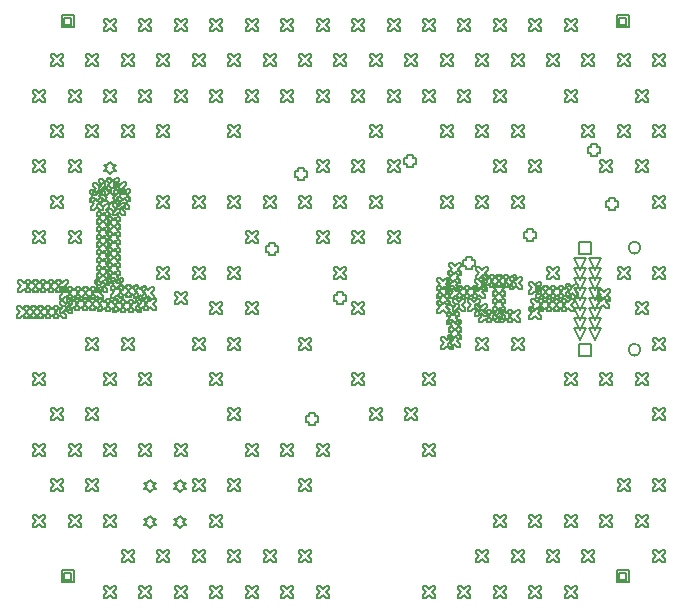
<source format=gbr>
G04*
G04 #@! TF.GenerationSoftware,Altium Limited,Altium Designer,24.9.1 (31)*
G04*
G04 Layer_Color=2752767*
%FSLAX25Y25*%
%MOIN*%
G70*
G04*
G04 #@! TF.SameCoordinates,AE1E5416-9686-4E21-8CD7-455353439681*
G04*
G04*
G04 #@! TF.FilePolarity,Positive*
G04*
G01*
G75*
%ADD15C,0.00500*%
%ADD75C,0.00667*%
D15*
X43165Y31956D02*
X44165Y32956D01*
X45165D01*
X44165Y33956D01*
X45165Y34956D01*
X44165D01*
X43165Y35956D01*
X42165Y34956D01*
X41165D01*
X42165Y33956D01*
X41165Y32956D01*
X42165D01*
X43165Y31956D01*
X53165D02*
X54165Y32956D01*
X55165D01*
X54165Y33956D01*
X55165Y34956D01*
X54165D01*
X53165Y35956D01*
X52165Y34956D01*
X51165D01*
X52165Y33956D01*
X51165Y32956D01*
X52165D01*
X53165Y31956D01*
X13748Y13748D02*
Y17748D01*
X17748D01*
Y13748D01*
X13748D01*
X14548Y14548D02*
Y16948D01*
X16948D01*
Y14548D01*
X14548D01*
X198787Y13748D02*
Y17748D01*
X202787D01*
Y13748D01*
X198787D01*
X199587Y14548D02*
Y16948D01*
X201987D01*
Y14548D01*
X199587D01*
X198787Y198787D02*
Y202787D01*
X202787D01*
Y198787D01*
X198787D01*
X199587Y199587D02*
Y201987D01*
X201987D01*
Y199587D01*
X199587D01*
X13748Y198787D02*
Y202787D01*
X17748D01*
Y198787D01*
X13748D01*
X14548Y199587D02*
Y201987D01*
X16948D01*
Y199587D01*
X14548D01*
X186386Y89260D02*
Y93260D01*
X190386D01*
Y89260D01*
X186386D01*
Y123276D02*
Y127276D01*
X190386D01*
Y123276D01*
X186386D01*
X186417Y94555D02*
X184417Y98555D01*
X188417D01*
X186417Y94555D01*
Y97902D02*
X184417Y101902D01*
X188417D01*
X186417Y97902D01*
Y101248D02*
X184417Y105248D01*
X188417D01*
X186417Y101248D01*
Y104595D02*
X184417Y108595D01*
X188417D01*
X186417Y104595D01*
Y107941D02*
X184417Y111941D01*
X188417D01*
X186417Y107941D01*
Y111287D02*
X184417Y115287D01*
X188417D01*
X186417Y111287D01*
Y114634D02*
X184417Y118634D01*
X188417D01*
X186417Y114634D01*
Y117980D02*
X184417Y121980D01*
X188417D01*
X186417Y117980D01*
X191732D02*
X189732Y121980D01*
X193732D01*
X191732Y117980D01*
Y114634D02*
X189732Y118634D01*
X193732D01*
X191732Y114634D01*
Y111287D02*
X189732Y115287D01*
X193732D01*
X191732Y111287D01*
Y107941D02*
X189732Y111941D01*
X193732D01*
X191732Y107941D01*
Y104595D02*
X189732Y108595D01*
X193732D01*
X191732Y104595D01*
Y101248D02*
X189732Y105248D01*
X193732D01*
X191732Y101248D01*
Y97902D02*
X189732Y101902D01*
X193732D01*
X191732Y97902D01*
Y94555D02*
X189732Y98555D01*
X193732D01*
X191732Y94555D01*
X53165Y43957D02*
X54165Y44957D01*
X55165D01*
X54165Y45957D01*
X55165Y46957D01*
X54165D01*
X53165Y47957D01*
X52165Y46957D01*
X51165D01*
X52165Y45957D01*
X51165Y44957D01*
X52165D01*
X53165Y43957D01*
X43165D02*
X44165Y44957D01*
X45165D01*
X44165Y45957D01*
X45165Y46957D01*
X44165D01*
X43165Y47957D01*
X42165Y46957D01*
X41165D01*
X42165Y45957D01*
X41165Y44957D01*
X42165D01*
X43165Y43957D01*
X29921Y139850D02*
X30921Y140850D01*
X31921D01*
X30921Y141850D01*
X31921Y142850D01*
X30921D01*
X29921Y143850D01*
X28921Y142850D01*
X27921D01*
X28921Y141850D01*
X27921Y140850D01*
X28921D01*
X29921Y139850D01*
Y149850D02*
X30921Y150850D01*
X31921D01*
X30921Y151850D01*
X31921Y152850D01*
X30921D01*
X29921Y153850D01*
X28921Y152850D01*
X27921D01*
X28921Y151850D01*
X27921Y150850D01*
X28921D01*
X29921Y149850D01*
X151937Y114929D02*
X152937D01*
X153937Y115929D01*
X154937Y114929D01*
X155937D01*
Y115929D01*
X154937Y116929D01*
X155937Y117929D01*
Y118929D01*
X154937D01*
X153937Y117929D01*
X152937Y118929D01*
X151937D01*
Y117929D01*
X152937Y116929D01*
X151937Y115929D01*
Y114929D01*
X210992Y185795D02*
X211992D01*
X212992Y186795D01*
X213992Y185795D01*
X214992D01*
Y186795D01*
X213992Y187795D01*
X214992Y188795D01*
Y189795D01*
X213992D01*
X212992Y188795D01*
X211992Y189795D01*
X210992D01*
Y188795D01*
X211992Y187795D01*
X210992Y186795D01*
Y185795D01*
X205086Y173984D02*
X206086D01*
X207086Y174984D01*
X208086Y173984D01*
X209086D01*
Y174984D01*
X208086Y175984D01*
X209086Y176984D01*
Y177984D01*
X208086D01*
X207086Y176984D01*
X206086Y177984D01*
X205086D01*
Y176984D01*
X206086Y175984D01*
X205086Y174984D01*
Y173984D01*
X210992Y162173D02*
X211992D01*
X212992Y163173D01*
X213992Y162173D01*
X214992D01*
Y163173D01*
X213992Y164173D01*
X214992Y165173D01*
Y166173D01*
X213992D01*
X212992Y165173D01*
X211992Y166173D01*
X210992D01*
Y165173D01*
X211992Y164173D01*
X210992Y163173D01*
Y162173D01*
X205086Y150362D02*
X206086D01*
X207086Y151362D01*
X208086Y150362D01*
X209086D01*
Y151362D01*
X208086Y152362D01*
X209086Y153362D01*
Y154362D01*
X208086D01*
X207086Y153362D01*
X206086Y154362D01*
X205086D01*
Y153362D01*
X206086Y152362D01*
X205086Y151362D01*
Y150362D01*
X210992Y138551D02*
X211992D01*
X212992Y139551D01*
X213992Y138551D01*
X214992D01*
Y139551D01*
X213992Y140551D01*
X214992Y141551D01*
Y142551D01*
X213992D01*
X212992Y141551D01*
X211992Y142551D01*
X210992D01*
Y141551D01*
X211992Y140551D01*
X210992Y139551D01*
Y138551D01*
Y114929D02*
X211992D01*
X212992Y115929D01*
X213992Y114929D01*
X214992D01*
Y115929D01*
X213992Y116929D01*
X214992Y117929D01*
Y118929D01*
X213992D01*
X212992Y117929D01*
X211992Y118929D01*
X210992D01*
Y117929D01*
X211992Y116929D01*
X210992Y115929D01*
Y114929D01*
X205086Y103118D02*
X206086D01*
X207086Y104118D01*
X208086Y103118D01*
X209086D01*
Y104118D01*
X208086Y105118D01*
X209086Y106118D01*
Y107118D01*
X208086D01*
X207086Y106118D01*
X206086Y107118D01*
X205086D01*
Y106118D01*
X206086Y105118D01*
X205086Y104118D01*
Y103118D01*
X210992Y91307D02*
X211992D01*
X212992Y92307D01*
X213992Y91307D01*
X214992D01*
Y92307D01*
X213992Y93307D01*
X214992Y94307D01*
Y95307D01*
X213992D01*
X212992Y94307D01*
X211992Y95307D01*
X210992D01*
Y94307D01*
X211992Y93307D01*
X210992Y92307D01*
Y91307D01*
X205086Y79496D02*
X206086D01*
X207086Y80496D01*
X208086Y79496D01*
X209086D01*
Y80496D01*
X208086Y81496D01*
X209086Y82496D01*
Y83496D01*
X208086D01*
X207086Y82496D01*
X206086Y83496D01*
X205086D01*
Y82496D01*
X206086Y81496D01*
X205086Y80496D01*
Y79496D01*
X210992Y67685D02*
X211992D01*
X212992Y68685D01*
X213992Y67685D01*
X214992D01*
Y68685D01*
X213992Y69685D01*
X214992Y70685D01*
Y71685D01*
X213992D01*
X212992Y70685D01*
X211992Y71685D01*
X210992D01*
Y70685D01*
X211992Y69685D01*
X210992Y68685D01*
Y67685D01*
Y44063D02*
X211992D01*
X212992Y45063D01*
X213992Y44063D01*
X214992D01*
Y45063D01*
X213992Y46063D01*
X214992Y47063D01*
Y48063D01*
X213992D01*
X212992Y47063D01*
X211992Y48063D01*
X210992D01*
Y47063D01*
X211992Y46063D01*
X210992Y45063D01*
Y44063D01*
X205086Y32252D02*
X206086D01*
X207086Y33252D01*
X208086Y32252D01*
X209086D01*
Y33252D01*
X208086Y34252D01*
X209086Y35252D01*
Y36252D01*
X208086D01*
X207086Y35252D01*
X206086Y36252D01*
X205086D01*
Y35252D01*
X206086Y34252D01*
X205086Y33252D01*
Y32252D01*
X210992Y20441D02*
X211992D01*
X212992Y21441D01*
X213992Y20441D01*
X214992D01*
Y21441D01*
X213992Y22441D01*
X214992Y23441D01*
Y24441D01*
X213992D01*
X212992Y23441D01*
X211992Y24441D01*
X210992D01*
Y23441D01*
X211992Y22441D01*
X210992Y21441D01*
Y20441D01*
X199181Y185795D02*
X200181D01*
X201181Y186795D01*
X202181Y185795D01*
X203181D01*
Y186795D01*
X202181Y187795D01*
X203181Y188795D01*
Y189795D01*
X202181D01*
X201181Y188795D01*
X200181Y189795D01*
X199181D01*
Y188795D01*
X200181Y187795D01*
X199181Y186795D01*
Y185795D01*
Y162173D02*
X200181D01*
X201181Y163173D01*
X202181Y162173D01*
X203181D01*
Y163173D01*
X202181Y164173D01*
X203181Y165173D01*
Y166173D01*
X202181D01*
X201181Y165173D01*
X200181Y166173D01*
X199181D01*
Y165173D01*
X200181Y164173D01*
X199181Y163173D01*
Y162173D01*
X193275Y150362D02*
X194275D01*
X195275Y151362D01*
X196275Y150362D01*
X197275D01*
Y151362D01*
X196275Y152362D01*
X197275Y153362D01*
Y154362D01*
X196275D01*
X195275Y153362D01*
X194275Y154362D01*
X193275D01*
Y153362D01*
X194275Y152362D01*
X193275Y151362D01*
Y150362D01*
X199181Y114929D02*
X200181D01*
X201181Y115929D01*
X202181Y114929D01*
X203181D01*
Y115929D01*
X202181Y116929D01*
X203181Y117929D01*
Y118929D01*
X202181D01*
X201181Y117929D01*
X200181Y118929D01*
X199181D01*
Y117929D01*
X200181Y116929D01*
X199181Y115929D01*
Y114929D01*
X193275Y79496D02*
X194275D01*
X195275Y80496D01*
X196275Y79496D01*
X197275D01*
Y80496D01*
X196275Y81496D01*
X197275Y82496D01*
Y83496D01*
X196275D01*
X195275Y82496D01*
X194275Y83496D01*
X193275D01*
Y82496D01*
X194275Y81496D01*
X193275Y80496D01*
Y79496D01*
X199181Y44063D02*
X200181D01*
X201181Y45063D01*
X202181Y44063D01*
X203181D01*
Y45063D01*
X202181Y46063D01*
X203181Y47063D01*
Y48063D01*
X202181D01*
X201181Y47063D01*
X200181Y48063D01*
X199181D01*
Y47063D01*
X200181Y46063D01*
X199181Y45063D01*
Y44063D01*
X193275Y32252D02*
X194275D01*
X195275Y33252D01*
X196275Y32252D01*
X197275D01*
Y33252D01*
X196275Y34252D01*
X197275Y35252D01*
Y36252D01*
X196275D01*
X195275Y35252D01*
X194275Y36252D01*
X193275D01*
Y35252D01*
X194275Y34252D01*
X193275Y33252D01*
Y32252D01*
X181465Y197606D02*
X182465D01*
X183465Y198606D01*
X184465Y197606D01*
X185465D01*
Y198606D01*
X184465Y199606D01*
X185465Y200606D01*
Y201606D01*
X184465D01*
X183465Y200606D01*
X182465Y201606D01*
X181465D01*
Y200606D01*
X182465Y199606D01*
X181465Y198606D01*
Y197606D01*
X187370Y185795D02*
X188370D01*
X189370Y186795D01*
X190370Y185795D01*
X191370D01*
Y186795D01*
X190370Y187795D01*
X191370Y188795D01*
Y189795D01*
X190370D01*
X189370Y188795D01*
X188370Y189795D01*
X187370D01*
Y188795D01*
X188370Y187795D01*
X187370Y186795D01*
Y185795D01*
X181465Y173984D02*
X182465D01*
X183465Y174984D01*
X184465Y173984D01*
X185465D01*
Y174984D01*
X184465Y175984D01*
X185465Y176984D01*
Y177984D01*
X184465D01*
X183465Y176984D01*
X182465Y177984D01*
X181465D01*
Y176984D01*
X182465Y175984D01*
X181465Y174984D01*
Y173984D01*
X187370Y162173D02*
X188370D01*
X189370Y163173D01*
X190370Y162173D01*
X191370D01*
Y163173D01*
X190370Y164173D01*
X191370Y165173D01*
Y166173D01*
X190370D01*
X189370Y165173D01*
X188370Y166173D01*
X187370D01*
Y165173D01*
X188370Y164173D01*
X187370Y163173D01*
Y162173D01*
X181465Y79496D02*
X182465D01*
X183465Y80496D01*
X184465Y79496D01*
X185465D01*
Y80496D01*
X184465Y81496D01*
X185465Y82496D01*
Y83496D01*
X184465D01*
X183465Y82496D01*
X182465Y83496D01*
X181465D01*
Y82496D01*
X182465Y81496D01*
X181465Y80496D01*
Y79496D01*
Y32252D02*
X182465D01*
X183465Y33252D01*
X184465Y32252D01*
X185465D01*
Y33252D01*
X184465Y34252D01*
X185465Y35252D01*
Y36252D01*
X184465D01*
X183465Y35252D01*
X182465Y36252D01*
X181465D01*
Y35252D01*
X182465Y34252D01*
X181465Y33252D01*
Y32252D01*
X187370Y20441D02*
X188370D01*
X189370Y21441D01*
X190370Y20441D01*
X191370D01*
Y21441D01*
X190370Y22441D01*
X191370Y23441D01*
Y24441D01*
X190370D01*
X189370Y23441D01*
X188370Y24441D01*
X187370D01*
Y23441D01*
X188370Y22441D01*
X187370Y21441D01*
Y20441D01*
X181465Y8630D02*
X182465D01*
X183465Y9630D01*
X184465Y8630D01*
X185465D01*
Y9630D01*
X184465Y10630D01*
X185465Y11630D01*
Y12630D01*
X184465D01*
X183465Y11630D01*
X182465Y12630D01*
X181465D01*
Y11630D01*
X182465Y10630D01*
X181465Y9630D01*
Y8630D01*
X169653Y197606D02*
X170653D01*
X171653Y198606D01*
X172653Y197606D01*
X173653D01*
Y198606D01*
X172653Y199606D01*
X173653Y200606D01*
Y201606D01*
X172653D01*
X171653Y200606D01*
X170653Y201606D01*
X169653D01*
Y200606D01*
X170653Y199606D01*
X169653Y198606D01*
Y197606D01*
X175559Y185795D02*
X176559D01*
X177559Y186795D01*
X178559Y185795D01*
X179559D01*
Y186795D01*
X178559Y187795D01*
X179559Y188795D01*
Y189795D01*
X178559D01*
X177559Y188795D01*
X176559Y189795D01*
X175559D01*
Y188795D01*
X176559Y187795D01*
X175559Y186795D01*
Y185795D01*
X169653Y150362D02*
X170653D01*
X171653Y151362D01*
X172653Y150362D01*
X173653D01*
Y151362D01*
X172653Y152362D01*
X173653Y153362D01*
Y154362D01*
X172653D01*
X171653Y153362D01*
X170653Y154362D01*
X169653D01*
Y153362D01*
X170653Y152362D01*
X169653Y151362D01*
Y150362D01*
X175559Y114929D02*
X176559D01*
X177559Y115929D01*
X178559Y114929D01*
X179559D01*
Y115929D01*
X178559Y116929D01*
X179559Y117929D01*
Y118929D01*
X178559D01*
X177559Y117929D01*
X176559Y118929D01*
X175559D01*
Y117929D01*
X176559Y116929D01*
X175559Y115929D01*
Y114929D01*
X169653Y32252D02*
X170653D01*
X171653Y33252D01*
X172653Y32252D01*
X173653D01*
Y33252D01*
X172653Y34252D01*
X173653Y35252D01*
Y36252D01*
X172653D01*
X171653Y35252D01*
X170653Y36252D01*
X169653D01*
Y35252D01*
X170653Y34252D01*
X169653Y33252D01*
Y32252D01*
X175559Y20441D02*
X176559D01*
X177559Y21441D01*
X178559Y20441D01*
X179559D01*
Y21441D01*
X178559Y22441D01*
X179559Y23441D01*
Y24441D01*
X178559D01*
X177559Y23441D01*
X176559Y24441D01*
X175559D01*
Y23441D01*
X176559Y22441D01*
X175559Y21441D01*
Y20441D01*
X169653Y8630D02*
X170653D01*
X171653Y9630D01*
X172653Y8630D01*
X173653D01*
Y9630D01*
X172653Y10630D01*
X173653Y11630D01*
Y12630D01*
X172653D01*
X171653Y11630D01*
X170653Y12630D01*
X169653D01*
Y11630D01*
X170653Y10630D01*
X169653Y9630D01*
Y8630D01*
X157842Y197606D02*
X158842D01*
X159842Y198606D01*
X160842Y197606D01*
X161842D01*
Y198606D01*
X160842Y199606D01*
X161842Y200606D01*
Y201606D01*
X160842D01*
X159842Y200606D01*
X158842Y201606D01*
X157842D01*
Y200606D01*
X158842Y199606D01*
X157842Y198606D01*
Y197606D01*
X163748Y185795D02*
X164748D01*
X165748Y186795D01*
X166748Y185795D01*
X167748D01*
Y186795D01*
X166748Y187795D01*
X167748Y188795D01*
Y189795D01*
X166748D01*
X165748Y188795D01*
X164748Y189795D01*
X163748D01*
Y188795D01*
X164748Y187795D01*
X163748Y186795D01*
Y185795D01*
X157842Y173984D02*
X158842D01*
X159842Y174984D01*
X160842Y173984D01*
X161842D01*
Y174984D01*
X160842Y175984D01*
X161842Y176984D01*
Y177984D01*
X160842D01*
X159842Y176984D01*
X158842Y177984D01*
X157842D01*
Y176984D01*
X158842Y175984D01*
X157842Y174984D01*
Y173984D01*
X163748Y162173D02*
X164748D01*
X165748Y163173D01*
X166748Y162173D01*
X167748D01*
Y163173D01*
X166748Y164173D01*
X167748Y165173D01*
Y166173D01*
X166748D01*
X165748Y165173D01*
X164748Y166173D01*
X163748D01*
Y165173D01*
X164748Y164173D01*
X163748Y163173D01*
Y162173D01*
X157842Y150362D02*
X158842D01*
X159842Y151362D01*
X160842Y150362D01*
X161842D01*
Y151362D01*
X160842Y152362D01*
X161842Y153362D01*
Y154362D01*
X160842D01*
X159842Y153362D01*
X158842Y154362D01*
X157842D01*
Y153362D01*
X158842Y152362D01*
X157842Y151362D01*
Y150362D01*
X163748Y138551D02*
X164748D01*
X165748Y139551D01*
X166748Y138551D01*
X167748D01*
Y139551D01*
X166748Y140551D01*
X167748Y141551D01*
Y142551D01*
X166748D01*
X165748Y141551D01*
X164748Y142551D01*
X163748D01*
Y141551D01*
X164748Y140551D01*
X163748Y139551D01*
Y138551D01*
Y91307D02*
X164748D01*
X165748Y92307D01*
X166748Y91307D01*
X167748D01*
Y92307D01*
X166748Y93307D01*
X167748Y94307D01*
Y95307D01*
X166748D01*
X165748Y94307D01*
X164748Y95307D01*
X163748D01*
Y94307D01*
X164748Y93307D01*
X163748Y92307D01*
Y91307D01*
X157842Y32252D02*
X158842D01*
X159842Y33252D01*
X160842Y32252D01*
X161842D01*
Y33252D01*
X160842Y34252D01*
X161842Y35252D01*
Y36252D01*
X160842D01*
X159842Y35252D01*
X158842Y36252D01*
X157842D01*
Y35252D01*
X158842Y34252D01*
X157842Y33252D01*
Y32252D01*
X163748Y20441D02*
X164748D01*
X165748Y21441D01*
X166748Y20441D01*
X167748D01*
Y21441D01*
X166748Y22441D01*
X167748Y23441D01*
Y24441D01*
X166748D01*
X165748Y23441D01*
X164748Y24441D01*
X163748D01*
Y23441D01*
X164748Y22441D01*
X163748Y21441D01*
Y20441D01*
X157842Y8630D02*
X158842D01*
X159842Y9630D01*
X160842Y8630D01*
X161842D01*
Y9630D01*
X160842Y10630D01*
X161842Y11630D01*
Y12630D01*
X160842D01*
X159842Y11630D01*
X158842Y12630D01*
X157842D01*
Y11630D01*
X158842Y10630D01*
X157842Y9630D01*
Y8630D01*
X146031Y197606D02*
X147031D01*
X148031Y198606D01*
X149031Y197606D01*
X150031D01*
Y198606D01*
X149031Y199606D01*
X150031Y200606D01*
Y201606D01*
X149031D01*
X148031Y200606D01*
X147031Y201606D01*
X146031D01*
Y200606D01*
X147031Y199606D01*
X146031Y198606D01*
Y197606D01*
X151937Y185795D02*
X152937D01*
X153937Y186795D01*
X154937Y185795D01*
X155937D01*
Y186795D01*
X154937Y187795D01*
X155937Y188795D01*
Y189795D01*
X154937D01*
X153937Y188795D01*
X152937Y189795D01*
X151937D01*
Y188795D01*
X152937Y187795D01*
X151937Y186795D01*
Y185795D01*
X146031Y173984D02*
X147031D01*
X148031Y174984D01*
X149031Y173984D01*
X150031D01*
Y174984D01*
X149031Y175984D01*
X150031Y176984D01*
Y177984D01*
X149031D01*
X148031Y176984D01*
X147031Y177984D01*
X146031D01*
Y176984D01*
X147031Y175984D01*
X146031Y174984D01*
Y173984D01*
X151937Y162173D02*
X152937D01*
X153937Y163173D01*
X154937Y162173D01*
X155937D01*
Y163173D01*
X154937Y164173D01*
X155937Y165173D01*
Y166173D01*
X154937D01*
X153937Y165173D01*
X152937Y166173D01*
X151937D01*
Y165173D01*
X152937Y164173D01*
X151937Y163173D01*
Y162173D01*
Y138551D02*
X152937D01*
X153937Y139551D01*
X154937Y138551D01*
X155937D01*
Y139551D01*
X154937Y140551D01*
X155937Y141551D01*
Y142551D01*
X154937D01*
X153937Y141551D01*
X152937Y142551D01*
X151937D01*
Y141551D01*
X152937Y140551D01*
X151937Y139551D01*
Y138551D01*
Y91307D02*
X152937D01*
X153937Y92307D01*
X154937Y91307D01*
X155937D01*
Y92307D01*
X154937Y93307D01*
X155937Y94307D01*
Y95307D01*
X154937D01*
X153937Y94307D01*
X152937Y95307D01*
X151937D01*
Y94307D01*
X152937Y93307D01*
X151937Y92307D01*
Y91307D01*
Y20441D02*
X152937D01*
X153937Y21441D01*
X154937Y20441D01*
X155937D01*
Y21441D01*
X154937Y22441D01*
X155937Y23441D01*
Y24441D01*
X154937D01*
X153937Y23441D01*
X152937Y24441D01*
X151937D01*
Y23441D01*
X152937Y22441D01*
X151937Y21441D01*
Y20441D01*
X146031Y8630D02*
X147031D01*
X148031Y9630D01*
X149031Y8630D01*
X150031D01*
Y9630D01*
X149031Y10630D01*
X150031Y11630D01*
Y12630D01*
X149031D01*
X148031Y11630D01*
X147031Y12630D01*
X146031D01*
Y11630D01*
X147031Y10630D01*
X146031Y9630D01*
Y8630D01*
X134220Y197606D02*
X135220D01*
X136220Y198606D01*
X137220Y197606D01*
X138220D01*
Y198606D01*
X137220Y199606D01*
X138220Y200606D01*
Y201606D01*
X137220D01*
X136220Y200606D01*
X135220Y201606D01*
X134220D01*
Y200606D01*
X135220Y199606D01*
X134220Y198606D01*
Y197606D01*
X140126Y185795D02*
X141126D01*
X142126Y186795D01*
X143126Y185795D01*
X144126D01*
Y186795D01*
X143126Y187795D01*
X144126Y188795D01*
Y189795D01*
X143126D01*
X142126Y188795D01*
X141126Y189795D01*
X140126D01*
Y188795D01*
X141126Y187795D01*
X140126Y186795D01*
Y185795D01*
X134220Y173984D02*
X135220D01*
X136220Y174984D01*
X137220Y173984D01*
X138220D01*
Y174984D01*
X137220Y175984D01*
X138220Y176984D01*
Y177984D01*
X137220D01*
X136220Y176984D01*
X135220Y177984D01*
X134220D01*
Y176984D01*
X135220Y175984D01*
X134220Y174984D01*
Y173984D01*
X140126Y162173D02*
X141126D01*
X142126Y163173D01*
X143126Y162173D01*
X144126D01*
Y163173D01*
X143126Y164173D01*
X144126Y165173D01*
Y166173D01*
X143126D01*
X142126Y165173D01*
X141126Y166173D01*
X140126D01*
Y165173D01*
X141126Y164173D01*
X140126Y163173D01*
Y162173D01*
Y138551D02*
X141126D01*
X142126Y139551D01*
X143126Y138551D01*
X144126D01*
Y139551D01*
X143126Y140551D01*
X144126Y141551D01*
Y142551D01*
X143126D01*
X142126Y141551D01*
X141126Y142551D01*
X140126D01*
Y141551D01*
X141126Y140551D01*
X140126Y139551D01*
Y138551D01*
X134220Y79496D02*
X135220D01*
X136220Y80496D01*
X137220Y79496D01*
X138220D01*
Y80496D01*
X137220Y81496D01*
X138220Y82496D01*
Y83496D01*
X137220D01*
X136220Y82496D01*
X135220Y83496D01*
X134220D01*
Y82496D01*
X135220Y81496D01*
X134220Y80496D01*
Y79496D01*
Y55874D02*
X135220D01*
X136220Y56874D01*
X137220Y55874D01*
X138220D01*
Y56874D01*
X137220Y57874D01*
X138220Y58874D01*
Y59874D01*
X137220D01*
X136220Y58874D01*
X135220Y59874D01*
X134220D01*
Y58874D01*
X135220Y57874D01*
X134220Y56874D01*
Y55874D01*
Y8630D02*
X135220D01*
X136220Y9630D01*
X137220Y8630D01*
X138220D01*
Y9630D01*
X137220Y10630D01*
X138220Y11630D01*
Y12630D01*
X137220D01*
X136220Y11630D01*
X135220Y12630D01*
X134220D01*
Y11630D01*
X135220Y10630D01*
X134220Y9630D01*
Y8630D01*
X122409Y197606D02*
X123409D01*
X124409Y198606D01*
X125409Y197606D01*
X126409D01*
Y198606D01*
X125409Y199606D01*
X126409Y200606D01*
Y201606D01*
X125409D01*
X124409Y200606D01*
X123409Y201606D01*
X122409D01*
Y200606D01*
X123409Y199606D01*
X122409Y198606D01*
Y197606D01*
X128315Y185795D02*
X129315D01*
X130315Y186795D01*
X131315Y185795D01*
X132315D01*
Y186795D01*
X131315Y187795D01*
X132315Y188795D01*
Y189795D01*
X131315D01*
X130315Y188795D01*
X129315Y189795D01*
X128315D01*
Y188795D01*
X129315Y187795D01*
X128315Y186795D01*
Y185795D01*
X122409Y173984D02*
X123409D01*
X124409Y174984D01*
X125409Y173984D01*
X126409D01*
Y174984D01*
X125409Y175984D01*
X126409Y176984D01*
Y177984D01*
X125409D01*
X124409Y176984D01*
X123409Y177984D01*
X122409D01*
Y176984D01*
X123409Y175984D01*
X122409Y174984D01*
Y173984D01*
Y150362D02*
X123409D01*
X124409Y151362D01*
X125409Y150362D01*
X126409D01*
Y151362D01*
X125409Y152362D01*
X126409Y153362D01*
Y154362D01*
X125409D01*
X124409Y153362D01*
X123409Y154362D01*
X122409D01*
Y153362D01*
X123409Y152362D01*
X122409Y151362D01*
Y150362D01*
Y126740D02*
X123409D01*
X124409Y127740D01*
X125409Y126740D01*
X126409D01*
Y127740D01*
X125409Y128740D01*
X126409Y129740D01*
Y130740D01*
X125409D01*
X124409Y129740D01*
X123409Y130740D01*
X122409D01*
Y129740D01*
X123409Y128740D01*
X122409Y127740D01*
Y126740D01*
X128315Y67685D02*
X129315D01*
X130315Y68685D01*
X131315Y67685D01*
X132315D01*
Y68685D01*
X131315Y69685D01*
X132315Y70685D01*
Y71685D01*
X131315D01*
X130315Y70685D01*
X129315Y71685D01*
X128315D01*
Y70685D01*
X129315Y69685D01*
X128315Y68685D01*
Y67685D01*
X110598Y197606D02*
X111598D01*
X112598Y198606D01*
X113598Y197606D01*
X114598D01*
Y198606D01*
X113598Y199606D01*
X114598Y200606D01*
Y201606D01*
X113598D01*
X112598Y200606D01*
X111598Y201606D01*
X110598D01*
Y200606D01*
X111598Y199606D01*
X110598Y198606D01*
Y197606D01*
X116504Y185795D02*
X117504D01*
X118504Y186795D01*
X119504Y185795D01*
X120504D01*
Y186795D01*
X119504Y187795D01*
X120504Y188795D01*
Y189795D01*
X119504D01*
X118504Y188795D01*
X117504Y189795D01*
X116504D01*
Y188795D01*
X117504Y187795D01*
X116504Y186795D01*
Y185795D01*
X110598Y173984D02*
X111598D01*
X112598Y174984D01*
X113598Y173984D01*
X114598D01*
Y174984D01*
X113598Y175984D01*
X114598Y176984D01*
Y177984D01*
X113598D01*
X112598Y176984D01*
X111598Y177984D01*
X110598D01*
Y176984D01*
X111598Y175984D01*
X110598Y174984D01*
Y173984D01*
X116504Y162173D02*
X117504D01*
X118504Y163173D01*
X119504Y162173D01*
X120504D01*
Y163173D01*
X119504Y164173D01*
X120504Y165173D01*
Y166173D01*
X119504D01*
X118504Y165173D01*
X117504Y166173D01*
X116504D01*
Y165173D01*
X117504Y164173D01*
X116504Y163173D01*
Y162173D01*
X110598Y150362D02*
X111598D01*
X112598Y151362D01*
X113598Y150362D01*
X114598D01*
Y151362D01*
X113598Y152362D01*
X114598Y153362D01*
Y154362D01*
X113598D01*
X112598Y153362D01*
X111598Y154362D01*
X110598D01*
Y153362D01*
X111598Y152362D01*
X110598Y151362D01*
Y150362D01*
X116504Y138551D02*
X117504D01*
X118504Y139551D01*
X119504Y138551D01*
X120504D01*
Y139551D01*
X119504Y140551D01*
X120504Y141551D01*
Y142551D01*
X119504D01*
X118504Y141551D01*
X117504Y142551D01*
X116504D01*
Y141551D01*
X117504Y140551D01*
X116504Y139551D01*
Y138551D01*
X110598Y126740D02*
X111598D01*
X112598Y127740D01*
X113598Y126740D01*
X114598D01*
Y127740D01*
X113598Y128740D01*
X114598Y129740D01*
Y130740D01*
X113598D01*
X112598Y129740D01*
X111598Y130740D01*
X110598D01*
Y129740D01*
X111598Y128740D01*
X110598Y127740D01*
Y126740D01*
Y103118D02*
X111598D01*
X112598Y104118D01*
X113598Y103118D01*
X114598D01*
Y104118D01*
X113598Y105118D01*
X114598Y106118D01*
Y107118D01*
X113598D01*
X112598Y106118D01*
X111598Y107118D01*
X110598D01*
Y106118D01*
X111598Y105118D01*
X110598Y104118D01*
Y103118D01*
Y79496D02*
X111598D01*
X112598Y80496D01*
X113598Y79496D01*
X114598D01*
Y80496D01*
X113598Y81496D01*
X114598Y82496D01*
Y83496D01*
X113598D01*
X112598Y82496D01*
X111598Y83496D01*
X110598D01*
Y82496D01*
X111598Y81496D01*
X110598Y80496D01*
Y79496D01*
X116504Y67685D02*
X117504D01*
X118504Y68685D01*
X119504Y67685D01*
X120504D01*
Y68685D01*
X119504Y69685D01*
X120504Y70685D01*
Y71685D01*
X119504D01*
X118504Y70685D01*
X117504Y71685D01*
X116504D01*
Y70685D01*
X117504Y69685D01*
X116504Y68685D01*
Y67685D01*
X98787Y197606D02*
X99787D01*
X100787Y198606D01*
X101787Y197606D01*
X102787D01*
Y198606D01*
X101787Y199606D01*
X102787Y200606D01*
Y201606D01*
X101787D01*
X100787Y200606D01*
X99787Y201606D01*
X98787D01*
Y200606D01*
X99787Y199606D01*
X98787Y198606D01*
Y197606D01*
X104693Y185795D02*
X105693D01*
X106693Y186795D01*
X107693Y185795D01*
X108693D01*
Y186795D01*
X107693Y187795D01*
X108693Y188795D01*
Y189795D01*
X107693D01*
X106693Y188795D01*
X105693Y189795D01*
X104693D01*
Y188795D01*
X105693Y187795D01*
X104693Y186795D01*
Y185795D01*
X98787Y173984D02*
X99787D01*
X100787Y174984D01*
X101787Y173984D01*
X102787D01*
Y174984D01*
X101787Y175984D01*
X102787Y176984D01*
Y177984D01*
X101787D01*
X100787Y176984D01*
X99787Y177984D01*
X98787D01*
Y176984D01*
X99787Y175984D01*
X98787Y174984D01*
Y173984D01*
Y150362D02*
X99787D01*
X100787Y151362D01*
X101787Y150362D01*
X102787D01*
Y151362D01*
X101787Y152362D01*
X102787Y153362D01*
Y154362D01*
X101787D01*
X100787Y153362D01*
X99787Y154362D01*
X98787D01*
Y153362D01*
X99787Y152362D01*
X98787Y151362D01*
Y150362D01*
X104693Y138551D02*
X105693D01*
X106693Y139551D01*
X107693Y138551D01*
X108693D01*
Y139551D01*
X107693Y140551D01*
X108693Y141551D01*
Y142551D01*
X107693D01*
X106693Y141551D01*
X105693Y142551D01*
X104693D01*
Y141551D01*
X105693Y140551D01*
X104693Y139551D01*
Y138551D01*
X98787Y126740D02*
X99787D01*
X100787Y127740D01*
X101787Y126740D01*
X102787D01*
Y127740D01*
X101787Y128740D01*
X102787Y129740D01*
Y130740D01*
X101787D01*
X100787Y129740D01*
X99787Y130740D01*
X98787D01*
Y129740D01*
X99787Y128740D01*
X98787Y127740D01*
Y126740D01*
X104693Y114929D02*
X105693D01*
X106693Y115929D01*
X107693Y114929D01*
X108693D01*
Y115929D01*
X107693Y116929D01*
X108693Y117929D01*
Y118929D01*
X107693D01*
X106693Y117929D01*
X105693Y118929D01*
X104693D01*
Y117929D01*
X105693Y116929D01*
X104693Y115929D01*
Y114929D01*
X98787Y55874D02*
X99787D01*
X100787Y56874D01*
X101787Y55874D01*
X102787D01*
Y56874D01*
X101787Y57874D01*
X102787Y58874D01*
Y59874D01*
X101787D01*
X100787Y58874D01*
X99787Y59874D01*
X98787D01*
Y58874D01*
X99787Y57874D01*
X98787Y56874D01*
Y55874D01*
Y8630D02*
X99787D01*
X100787Y9630D01*
X101787Y8630D01*
X102787D01*
Y9630D01*
X101787Y10630D01*
X102787Y11630D01*
Y12630D01*
X101787D01*
X100787Y11630D01*
X99787Y12630D01*
X98787D01*
Y11630D01*
X99787Y10630D01*
X98787Y9630D01*
Y8630D01*
X86976Y197606D02*
X87976D01*
X88976Y198606D01*
X89976Y197606D01*
X90976D01*
Y198606D01*
X89976Y199606D01*
X90976Y200606D01*
Y201606D01*
X89976D01*
X88976Y200606D01*
X87976Y201606D01*
X86976D01*
Y200606D01*
X87976Y199606D01*
X86976Y198606D01*
Y197606D01*
X92882Y185795D02*
X93882D01*
X94882Y186795D01*
X95882Y185795D01*
X96882D01*
Y186795D01*
X95882Y187795D01*
X96882Y188795D01*
Y189795D01*
X95882D01*
X94882Y188795D01*
X93882Y189795D01*
X92882D01*
Y188795D01*
X93882Y187795D01*
X92882Y186795D01*
Y185795D01*
X86976Y173984D02*
X87976D01*
X88976Y174984D01*
X89976Y173984D01*
X90976D01*
Y174984D01*
X89976Y175984D01*
X90976Y176984D01*
Y177984D01*
X89976D01*
X88976Y176984D01*
X87976Y177984D01*
X86976D01*
Y176984D01*
X87976Y175984D01*
X86976Y174984D01*
Y173984D01*
X92882Y138551D02*
X93882D01*
X94882Y139551D01*
X95882Y138551D01*
X96882D01*
Y139551D01*
X95882Y140551D01*
X96882Y141551D01*
Y142551D01*
X95882D01*
X94882Y141551D01*
X93882Y142551D01*
X92882D01*
Y141551D01*
X93882Y140551D01*
X92882Y139551D01*
Y138551D01*
Y91307D02*
X93882D01*
X94882Y92307D01*
X95882Y91307D01*
X96882D01*
Y92307D01*
X95882Y93307D01*
X96882Y94307D01*
Y95307D01*
X95882D01*
X94882Y94307D01*
X93882Y95307D01*
X92882D01*
Y94307D01*
X93882Y93307D01*
X92882Y92307D01*
Y91307D01*
X86976Y55874D02*
X87976D01*
X88976Y56874D01*
X89976Y55874D01*
X90976D01*
Y56874D01*
X89976Y57874D01*
X90976Y58874D01*
Y59874D01*
X89976D01*
X88976Y58874D01*
X87976Y59874D01*
X86976D01*
Y58874D01*
X87976Y57874D01*
X86976Y56874D01*
Y55874D01*
X92882Y44063D02*
X93882D01*
X94882Y45063D01*
X95882Y44063D01*
X96882D01*
Y45063D01*
X95882Y46063D01*
X96882Y47063D01*
Y48063D01*
X95882D01*
X94882Y47063D01*
X93882Y48063D01*
X92882D01*
Y47063D01*
X93882Y46063D01*
X92882Y45063D01*
Y44063D01*
Y20441D02*
X93882D01*
X94882Y21441D01*
X95882Y20441D01*
X96882D01*
Y21441D01*
X95882Y22441D01*
X96882Y23441D01*
Y24441D01*
X95882D01*
X94882Y23441D01*
X93882Y24441D01*
X92882D01*
Y23441D01*
X93882Y22441D01*
X92882Y21441D01*
Y20441D01*
X86976Y8630D02*
X87976D01*
X88976Y9630D01*
X89976Y8630D01*
X90976D01*
Y9630D01*
X89976Y10630D01*
X90976Y11630D01*
Y12630D01*
X89976D01*
X88976Y11630D01*
X87976Y12630D01*
X86976D01*
Y11630D01*
X87976Y10630D01*
X86976Y9630D01*
Y8630D01*
X75165Y197606D02*
X76165D01*
X77165Y198606D01*
X78165Y197606D01*
X79165D01*
Y198606D01*
X78165Y199606D01*
X79165Y200606D01*
Y201606D01*
X78165D01*
X77165Y200606D01*
X76165Y201606D01*
X75165D01*
Y200606D01*
X76165Y199606D01*
X75165Y198606D01*
Y197606D01*
X81071Y185795D02*
X82071D01*
X83071Y186795D01*
X84071Y185795D01*
X85071D01*
Y186795D01*
X84071Y187795D01*
X85071Y188795D01*
Y189795D01*
X84071D01*
X83071Y188795D01*
X82071Y189795D01*
X81071D01*
Y188795D01*
X82071Y187795D01*
X81071Y186795D01*
Y185795D01*
X75165Y173984D02*
X76165D01*
X77165Y174984D01*
X78165Y173984D01*
X79165D01*
Y174984D01*
X78165Y175984D01*
X79165Y176984D01*
Y177984D01*
X78165D01*
X77165Y176984D01*
X76165Y177984D01*
X75165D01*
Y176984D01*
X76165Y175984D01*
X75165Y174984D01*
Y173984D01*
X81071Y138551D02*
X82071D01*
X83071Y139551D01*
X84071Y138551D01*
X85071D01*
Y139551D01*
X84071Y140551D01*
X85071Y141551D01*
Y142551D01*
X84071D01*
X83071Y141551D01*
X82071Y142551D01*
X81071D01*
Y141551D01*
X82071Y140551D01*
X81071Y139551D01*
Y138551D01*
X75165Y126740D02*
X76165D01*
X77165Y127740D01*
X78165Y126740D01*
X79165D01*
Y127740D01*
X78165Y128740D01*
X79165Y129740D01*
Y130740D01*
X78165D01*
X77165Y129740D01*
X76165Y130740D01*
X75165D01*
Y129740D01*
X76165Y128740D01*
X75165Y127740D01*
Y126740D01*
Y103118D02*
X76165D01*
X77165Y104118D01*
X78165Y103118D01*
X79165D01*
Y104118D01*
X78165Y105118D01*
X79165Y106118D01*
Y107118D01*
X78165D01*
X77165Y106118D01*
X76165Y107118D01*
X75165D01*
Y106118D01*
X76165Y105118D01*
X75165Y104118D01*
Y103118D01*
Y55874D02*
X76165D01*
X77165Y56874D01*
X78165Y55874D01*
X79165D01*
Y56874D01*
X78165Y57874D01*
X79165Y58874D01*
Y59874D01*
X78165D01*
X77165Y58874D01*
X76165Y59874D01*
X75165D01*
Y58874D01*
X76165Y57874D01*
X75165Y56874D01*
Y55874D01*
X81071Y20441D02*
X82071D01*
X83071Y21441D01*
X84071Y20441D01*
X85071D01*
Y21441D01*
X84071Y22441D01*
X85071Y23441D01*
Y24441D01*
X84071D01*
X83071Y23441D01*
X82071Y24441D01*
X81071D01*
Y23441D01*
X82071Y22441D01*
X81071Y21441D01*
Y20441D01*
X75165Y8630D02*
X76165D01*
X77165Y9630D01*
X78165Y8630D01*
X79165D01*
Y9630D01*
X78165Y10630D01*
X79165Y11630D01*
Y12630D01*
X78165D01*
X77165Y11630D01*
X76165Y12630D01*
X75165D01*
Y11630D01*
X76165Y10630D01*
X75165Y9630D01*
Y8630D01*
X63354Y197606D02*
X64354D01*
X65354Y198606D01*
X66354Y197606D01*
X67354D01*
Y198606D01*
X66354Y199606D01*
X67354Y200606D01*
Y201606D01*
X66354D01*
X65354Y200606D01*
X64354Y201606D01*
X63354D01*
Y200606D01*
X64354Y199606D01*
X63354Y198606D01*
Y197606D01*
X69260Y185795D02*
X70260D01*
X71260Y186795D01*
X72260Y185795D01*
X73260D01*
Y186795D01*
X72260Y187795D01*
X73260Y188795D01*
Y189795D01*
X72260D01*
X71260Y188795D01*
X70260Y189795D01*
X69260D01*
Y188795D01*
X70260Y187795D01*
X69260Y186795D01*
Y185795D01*
X63354Y173984D02*
X64354D01*
X65354Y174984D01*
X66354Y173984D01*
X67354D01*
Y174984D01*
X66354Y175984D01*
X67354Y176984D01*
Y177984D01*
X66354D01*
X65354Y176984D01*
X64354Y177984D01*
X63354D01*
Y176984D01*
X64354Y175984D01*
X63354Y174984D01*
Y173984D01*
X69260Y162173D02*
X70260D01*
X71260Y163173D01*
X72260Y162173D01*
X73260D01*
Y163173D01*
X72260Y164173D01*
X73260Y165173D01*
Y166173D01*
X72260D01*
X71260Y165173D01*
X70260Y166173D01*
X69260D01*
Y165173D01*
X70260Y164173D01*
X69260Y163173D01*
Y162173D01*
Y138551D02*
X70260D01*
X71260Y139551D01*
X72260Y138551D01*
X73260D01*
Y139551D01*
X72260Y140551D01*
X73260Y141551D01*
Y142551D01*
X72260D01*
X71260Y141551D01*
X70260Y142551D01*
X69260D01*
Y141551D01*
X70260Y140551D01*
X69260Y139551D01*
Y138551D01*
Y114929D02*
X70260D01*
X71260Y115929D01*
X72260Y114929D01*
X73260D01*
Y115929D01*
X72260Y116929D01*
X73260Y117929D01*
Y118929D01*
X72260D01*
X71260Y117929D01*
X70260Y118929D01*
X69260D01*
Y117929D01*
X70260Y116929D01*
X69260Y115929D01*
Y114929D01*
X63354Y103118D02*
X64354D01*
X65354Y104118D01*
X66354Y103118D01*
X67354D01*
Y104118D01*
X66354Y105118D01*
X67354Y106118D01*
Y107118D01*
X66354D01*
X65354Y106118D01*
X64354Y107118D01*
X63354D01*
Y106118D01*
X64354Y105118D01*
X63354Y104118D01*
Y103118D01*
X69260Y91307D02*
X70260D01*
X71260Y92307D01*
X72260Y91307D01*
X73260D01*
Y92307D01*
X72260Y93307D01*
X73260Y94307D01*
Y95307D01*
X72260D01*
X71260Y94307D01*
X70260Y95307D01*
X69260D01*
Y94307D01*
X70260Y93307D01*
X69260Y92307D01*
Y91307D01*
X63354Y79496D02*
X64354D01*
X65354Y80496D01*
X66354Y79496D01*
X67354D01*
Y80496D01*
X66354Y81496D01*
X67354Y82496D01*
Y83496D01*
X66354D01*
X65354Y82496D01*
X64354Y83496D01*
X63354D01*
Y82496D01*
X64354Y81496D01*
X63354Y80496D01*
Y79496D01*
X69260Y67685D02*
X70260D01*
X71260Y68685D01*
X72260Y67685D01*
X73260D01*
Y68685D01*
X72260Y69685D01*
X73260Y70685D01*
Y71685D01*
X72260D01*
X71260Y70685D01*
X70260Y71685D01*
X69260D01*
Y70685D01*
X70260Y69685D01*
X69260Y68685D01*
Y67685D01*
Y44063D02*
X70260D01*
X71260Y45063D01*
X72260Y44063D01*
X73260D01*
Y45063D01*
X72260Y46063D01*
X73260Y47063D01*
Y48063D01*
X72260D01*
X71260Y47063D01*
X70260Y48063D01*
X69260D01*
Y47063D01*
X70260Y46063D01*
X69260Y45063D01*
Y44063D01*
X63354Y32252D02*
X64354D01*
X65354Y33252D01*
X66354Y32252D01*
X67354D01*
Y33252D01*
X66354Y34252D01*
X67354Y35252D01*
Y36252D01*
X66354D01*
X65354Y35252D01*
X64354Y36252D01*
X63354D01*
Y35252D01*
X64354Y34252D01*
X63354Y33252D01*
Y32252D01*
X69260Y20441D02*
X70260D01*
X71260Y21441D01*
X72260Y20441D01*
X73260D01*
Y21441D01*
X72260Y22441D01*
X73260Y23441D01*
Y24441D01*
X72260D01*
X71260Y23441D01*
X70260Y24441D01*
X69260D01*
Y23441D01*
X70260Y22441D01*
X69260Y21441D01*
Y20441D01*
X63354Y8630D02*
X64354D01*
X65354Y9630D01*
X66354Y8630D01*
X67354D01*
Y9630D01*
X66354Y10630D01*
X67354Y11630D01*
Y12630D01*
X66354D01*
X65354Y11630D01*
X64354Y12630D01*
X63354D01*
Y11630D01*
X64354Y10630D01*
X63354Y9630D01*
Y8630D01*
X51543Y197606D02*
X52543D01*
X53543Y198606D01*
X54543Y197606D01*
X55543D01*
Y198606D01*
X54543Y199606D01*
X55543Y200606D01*
Y201606D01*
X54543D01*
X53543Y200606D01*
X52543Y201606D01*
X51543D01*
Y200606D01*
X52543Y199606D01*
X51543Y198606D01*
Y197606D01*
X57449Y185795D02*
X58449D01*
X59449Y186795D01*
X60449Y185795D01*
X61449D01*
Y186795D01*
X60449Y187795D01*
X61449Y188795D01*
Y189795D01*
X60449D01*
X59449Y188795D01*
X58449Y189795D01*
X57449D01*
Y188795D01*
X58449Y187795D01*
X57449Y186795D01*
Y185795D01*
X51543Y173984D02*
X52543D01*
X53543Y174984D01*
X54543Y173984D01*
X55543D01*
Y174984D01*
X54543Y175984D01*
X55543Y176984D01*
Y177984D01*
X54543D01*
X53543Y176984D01*
X52543Y177984D01*
X51543D01*
Y176984D01*
X52543Y175984D01*
X51543Y174984D01*
Y173984D01*
X57449Y138551D02*
X58449D01*
X59449Y139551D01*
X60449Y138551D01*
X61449D01*
Y139551D01*
X60449Y140551D01*
X61449Y141551D01*
Y142551D01*
X60449D01*
X59449Y141551D01*
X58449Y142551D01*
X57449D01*
Y141551D01*
X58449Y140551D01*
X57449Y139551D01*
Y138551D01*
Y114929D02*
X58449D01*
X59449Y115929D01*
X60449Y114929D01*
X61449D01*
Y115929D01*
X60449Y116929D01*
X61449Y117929D01*
Y118929D01*
X60449D01*
X59449Y117929D01*
X58449Y118929D01*
X57449D01*
Y117929D01*
X58449Y116929D01*
X57449Y115929D01*
Y114929D01*
Y91307D02*
X58449D01*
X59449Y92307D01*
X60449Y91307D01*
X61449D01*
Y92307D01*
X60449Y93307D01*
X61449Y94307D01*
Y95307D01*
X60449D01*
X59449Y94307D01*
X58449Y95307D01*
X57449D01*
Y94307D01*
X58449Y93307D01*
X57449Y92307D01*
Y91307D01*
X51543Y55874D02*
X52543D01*
X53543Y56874D01*
X54543Y55874D01*
X55543D01*
Y56874D01*
X54543Y57874D01*
X55543Y58874D01*
Y59874D01*
X54543D01*
X53543Y58874D01*
X52543Y59874D01*
X51543D01*
Y58874D01*
X52543Y57874D01*
X51543Y56874D01*
Y55874D01*
X57449Y44063D02*
X58449D01*
X59449Y45063D01*
X60449Y44063D01*
X61449D01*
Y45063D01*
X60449Y46063D01*
X61449Y47063D01*
Y48063D01*
X60449D01*
X59449Y47063D01*
X58449Y48063D01*
X57449D01*
Y47063D01*
X58449Y46063D01*
X57449Y45063D01*
Y44063D01*
Y20441D02*
X58449D01*
X59449Y21441D01*
X60449Y20441D01*
X61449D01*
Y21441D01*
X60449Y22441D01*
X61449Y23441D01*
Y24441D01*
X60449D01*
X59449Y23441D01*
X58449Y24441D01*
X57449D01*
Y23441D01*
X58449Y22441D01*
X57449Y21441D01*
Y20441D01*
X51543Y8630D02*
X52543D01*
X53543Y9630D01*
X54543Y8630D01*
X55543D01*
Y9630D01*
X54543Y10630D01*
X55543Y11630D01*
Y12630D01*
X54543D01*
X53543Y11630D01*
X52543Y12630D01*
X51543D01*
Y11630D01*
X52543Y10630D01*
X51543Y9630D01*
Y8630D01*
X39732Y197606D02*
X40732D01*
X41732Y198606D01*
X42732Y197606D01*
X43732D01*
Y198606D01*
X42732Y199606D01*
X43732Y200606D01*
Y201606D01*
X42732D01*
X41732Y200606D01*
X40732Y201606D01*
X39732D01*
Y200606D01*
X40732Y199606D01*
X39732Y198606D01*
Y197606D01*
X45638Y185795D02*
X46638D01*
X47638Y186795D01*
X48638Y185795D01*
X49638D01*
Y186795D01*
X48638Y187795D01*
X49638Y188795D01*
Y189795D01*
X48638D01*
X47638Y188795D01*
X46638Y189795D01*
X45638D01*
Y188795D01*
X46638Y187795D01*
X45638Y186795D01*
Y185795D01*
X39732Y173984D02*
X40732D01*
X41732Y174984D01*
X42732Y173984D01*
X43732D01*
Y174984D01*
X42732Y175984D01*
X43732Y176984D01*
Y177984D01*
X42732D01*
X41732Y176984D01*
X40732Y177984D01*
X39732D01*
Y176984D01*
X40732Y175984D01*
X39732Y174984D01*
Y173984D01*
X45638Y162173D02*
X46638D01*
X47638Y163173D01*
X48638Y162173D01*
X49638D01*
Y163173D01*
X48638Y164173D01*
X49638Y165173D01*
Y166173D01*
X48638D01*
X47638Y165173D01*
X46638Y166173D01*
X45638D01*
Y165173D01*
X46638Y164173D01*
X45638Y163173D01*
Y162173D01*
Y138551D02*
X46638D01*
X47638Y139551D01*
X48638Y138551D01*
X49638D01*
Y139551D01*
X48638Y140551D01*
X49638Y141551D01*
Y142551D01*
X48638D01*
X47638Y141551D01*
X46638Y142551D01*
X45638D01*
Y141551D01*
X46638Y140551D01*
X45638Y139551D01*
Y138551D01*
Y114929D02*
X46638D01*
X47638Y115929D01*
X48638Y114929D01*
X49638D01*
Y115929D01*
X48638Y116929D01*
X49638Y117929D01*
Y118929D01*
X48638D01*
X47638Y117929D01*
X46638Y118929D01*
X45638D01*
Y117929D01*
X46638Y116929D01*
X45638Y115929D01*
Y114929D01*
X39732Y79496D02*
X40732D01*
X41732Y80496D01*
X42732Y79496D01*
X43732D01*
Y80496D01*
X42732Y81496D01*
X43732Y82496D01*
Y83496D01*
X42732D01*
X41732Y82496D01*
X40732Y83496D01*
X39732D01*
Y82496D01*
X40732Y81496D01*
X39732Y80496D01*
Y79496D01*
Y55874D02*
X40732D01*
X41732Y56874D01*
X42732Y55874D01*
X43732D01*
Y56874D01*
X42732Y57874D01*
X43732Y58874D01*
Y59874D01*
X42732D01*
X41732Y58874D01*
X40732Y59874D01*
X39732D01*
Y58874D01*
X40732Y57874D01*
X39732Y56874D01*
Y55874D01*
X45638Y20441D02*
X46638D01*
X47638Y21441D01*
X48638Y20441D01*
X49638D01*
Y21441D01*
X48638Y22441D01*
X49638Y23441D01*
Y24441D01*
X48638D01*
X47638Y23441D01*
X46638Y24441D01*
X45638D01*
Y23441D01*
X46638Y22441D01*
X45638Y21441D01*
Y20441D01*
X39732Y8630D02*
X40732D01*
X41732Y9630D01*
X42732Y8630D01*
X43732D01*
Y9630D01*
X42732Y10630D01*
X43732Y11630D01*
Y12630D01*
X42732D01*
X41732Y11630D01*
X40732Y12630D01*
X39732D01*
Y11630D01*
X40732Y10630D01*
X39732Y9630D01*
Y8630D01*
X27921Y197606D02*
X28921D01*
X29921Y198606D01*
X30921Y197606D01*
X31921D01*
Y198606D01*
X30921Y199606D01*
X31921Y200606D01*
Y201606D01*
X30921D01*
X29921Y200606D01*
X28921Y201606D01*
X27921D01*
Y200606D01*
X28921Y199606D01*
X27921Y198606D01*
Y197606D01*
X33827Y185795D02*
X34827D01*
X35827Y186795D01*
X36827Y185795D01*
X37827D01*
Y186795D01*
X36827Y187795D01*
X37827Y188795D01*
Y189795D01*
X36827D01*
X35827Y188795D01*
X34827Y189795D01*
X33827D01*
Y188795D01*
X34827Y187795D01*
X33827Y186795D01*
Y185795D01*
X27921Y173984D02*
X28921D01*
X29921Y174984D01*
X30921Y173984D01*
X31921D01*
Y174984D01*
X30921Y175984D01*
X31921Y176984D01*
Y177984D01*
X30921D01*
X29921Y176984D01*
X28921Y177984D01*
X27921D01*
Y176984D01*
X28921Y175984D01*
X27921Y174984D01*
Y173984D01*
X33827Y162173D02*
X34827D01*
X35827Y163173D01*
X36827Y162173D01*
X37827D01*
Y163173D01*
X36827Y164173D01*
X37827Y165173D01*
Y166173D01*
X36827D01*
X35827Y165173D01*
X34827Y166173D01*
X33827D01*
Y165173D01*
X34827Y164173D01*
X33827Y163173D01*
Y162173D01*
Y91307D02*
X34827D01*
X35827Y92307D01*
X36827Y91307D01*
X37827D01*
Y92307D01*
X36827Y93307D01*
X37827Y94307D01*
Y95307D01*
X36827D01*
X35827Y94307D01*
X34827Y95307D01*
X33827D01*
Y94307D01*
X34827Y93307D01*
X33827Y92307D01*
Y91307D01*
X27921Y79496D02*
X28921D01*
X29921Y80496D01*
X30921Y79496D01*
X31921D01*
Y80496D01*
X30921Y81496D01*
X31921Y82496D01*
Y83496D01*
X30921D01*
X29921Y82496D01*
X28921Y83496D01*
X27921D01*
Y82496D01*
X28921Y81496D01*
X27921Y80496D01*
Y79496D01*
Y55874D02*
X28921D01*
X29921Y56874D01*
X30921Y55874D01*
X31921D01*
Y56874D01*
X30921Y57874D01*
X31921Y58874D01*
Y59874D01*
X30921D01*
X29921Y58874D01*
X28921Y59874D01*
X27921D01*
Y58874D01*
X28921Y57874D01*
X27921Y56874D01*
Y55874D01*
Y32252D02*
X28921D01*
X29921Y33252D01*
X30921Y32252D01*
X31921D01*
Y33252D01*
X30921Y34252D01*
X31921Y35252D01*
Y36252D01*
X30921D01*
X29921Y35252D01*
X28921Y36252D01*
X27921D01*
Y35252D01*
X28921Y34252D01*
X27921Y33252D01*
Y32252D01*
X33827Y20441D02*
X34827D01*
X35827Y21441D01*
X36827Y20441D01*
X37827D01*
Y21441D01*
X36827Y22441D01*
X37827Y23441D01*
Y24441D01*
X36827D01*
X35827Y23441D01*
X34827Y24441D01*
X33827D01*
Y23441D01*
X34827Y22441D01*
X33827Y21441D01*
Y20441D01*
X27921Y8630D02*
X28921D01*
X29921Y9630D01*
X30921Y8630D01*
X31921D01*
Y9630D01*
X30921Y10630D01*
X31921Y11630D01*
Y12630D01*
X30921D01*
X29921Y11630D01*
X28921Y12630D01*
X27921D01*
Y11630D01*
X28921Y10630D01*
X27921Y9630D01*
Y8630D01*
X22016Y185795D02*
X23016D01*
X24016Y186795D01*
X25016Y185795D01*
X26016D01*
Y186795D01*
X25016Y187795D01*
X26016Y188795D01*
Y189795D01*
X25016D01*
X24016Y188795D01*
X23016Y189795D01*
X22016D01*
Y188795D01*
X23016Y187795D01*
X22016Y186795D01*
Y185795D01*
X16110Y173984D02*
X17110D01*
X18110Y174984D01*
X19110Y173984D01*
X20110D01*
Y174984D01*
X19110Y175984D01*
X20110Y176984D01*
Y177984D01*
X19110D01*
X18110Y176984D01*
X17110Y177984D01*
X16110D01*
Y176984D01*
X17110Y175984D01*
X16110Y174984D01*
Y173984D01*
X22016Y162173D02*
X23016D01*
X24016Y163173D01*
X25016Y162173D01*
X26016D01*
Y163173D01*
X25016Y164173D01*
X26016Y165173D01*
Y166173D01*
X25016D01*
X24016Y165173D01*
X23016Y166173D01*
X22016D01*
Y165173D01*
X23016Y164173D01*
X22016Y163173D01*
Y162173D01*
X16110Y150362D02*
X17110D01*
X18110Y151362D01*
X19110Y150362D01*
X20110D01*
Y151362D01*
X19110Y152362D01*
X20110Y153362D01*
Y154362D01*
X19110D01*
X18110Y153362D01*
X17110Y154362D01*
X16110D01*
Y153362D01*
X17110Y152362D01*
X16110Y151362D01*
Y150362D01*
Y126740D02*
X17110D01*
X18110Y127740D01*
X19110Y126740D01*
X20110D01*
Y127740D01*
X19110Y128740D01*
X20110Y129740D01*
Y130740D01*
X19110D01*
X18110Y129740D01*
X17110Y130740D01*
X16110D01*
Y129740D01*
X17110Y128740D01*
X16110Y127740D01*
Y126740D01*
X22016Y91307D02*
X23016D01*
X24016Y92307D01*
X25016Y91307D01*
X26016D01*
Y92307D01*
X25016Y93307D01*
X26016Y94307D01*
Y95307D01*
X25016D01*
X24016Y94307D01*
X23016Y95307D01*
X22016D01*
Y94307D01*
X23016Y93307D01*
X22016Y92307D01*
Y91307D01*
Y67685D02*
X23016D01*
X24016Y68685D01*
X25016Y67685D01*
X26016D01*
Y68685D01*
X25016Y69685D01*
X26016Y70685D01*
Y71685D01*
X25016D01*
X24016Y70685D01*
X23016Y71685D01*
X22016D01*
Y70685D01*
X23016Y69685D01*
X22016Y68685D01*
Y67685D01*
X16110Y55874D02*
X17110D01*
X18110Y56874D01*
X19110Y55874D01*
X20110D01*
Y56874D01*
X19110Y57874D01*
X20110Y58874D01*
Y59874D01*
X19110D01*
X18110Y58874D01*
X17110Y59874D01*
X16110D01*
Y58874D01*
X17110Y57874D01*
X16110Y56874D01*
Y55874D01*
X22016Y44063D02*
X23016D01*
X24016Y45063D01*
X25016Y44063D01*
X26016D01*
Y45063D01*
X25016Y46063D01*
X26016Y47063D01*
Y48063D01*
X25016D01*
X24016Y47063D01*
X23016Y48063D01*
X22016D01*
Y47063D01*
X23016Y46063D01*
X22016Y45063D01*
Y44063D01*
X16110Y32252D02*
X17110D01*
X18110Y33252D01*
X19110Y32252D01*
X20110D01*
Y33252D01*
X19110Y34252D01*
X20110Y35252D01*
Y36252D01*
X19110D01*
X18110Y35252D01*
X17110Y36252D01*
X16110D01*
Y35252D01*
X17110Y34252D01*
X16110Y33252D01*
Y32252D01*
X10205Y185795D02*
X11205D01*
X12205Y186795D01*
X13205Y185795D01*
X14205D01*
Y186795D01*
X13205Y187795D01*
X14205Y188795D01*
Y189795D01*
X13205D01*
X12205Y188795D01*
X11205Y189795D01*
X10205D01*
Y188795D01*
X11205Y187795D01*
X10205Y186795D01*
Y185795D01*
X4299Y173984D02*
X5299D01*
X6299Y174984D01*
X7299Y173984D01*
X8299D01*
Y174984D01*
X7299Y175984D01*
X8299Y176984D01*
Y177984D01*
X7299D01*
X6299Y176984D01*
X5299Y177984D01*
X4299D01*
Y176984D01*
X5299Y175984D01*
X4299Y174984D01*
Y173984D01*
X10205Y162173D02*
X11205D01*
X12205Y163173D01*
X13205Y162173D01*
X14205D01*
Y163173D01*
X13205Y164173D01*
X14205Y165173D01*
Y166173D01*
X13205D01*
X12205Y165173D01*
X11205Y166173D01*
X10205D01*
Y165173D01*
X11205Y164173D01*
X10205Y163173D01*
Y162173D01*
X4299Y150362D02*
X5299D01*
X6299Y151362D01*
X7299Y150362D01*
X8299D01*
Y151362D01*
X7299Y152362D01*
X8299Y153362D01*
Y154362D01*
X7299D01*
X6299Y153362D01*
X5299Y154362D01*
X4299D01*
Y153362D01*
X5299Y152362D01*
X4299Y151362D01*
Y150362D01*
X10205Y138551D02*
X11205D01*
X12205Y139551D01*
X13205Y138551D01*
X14205D01*
Y139551D01*
X13205Y140551D01*
X14205Y141551D01*
Y142551D01*
X13205D01*
X12205Y141551D01*
X11205Y142551D01*
X10205D01*
Y141551D01*
X11205Y140551D01*
X10205Y139551D01*
Y138551D01*
X4299Y126740D02*
X5299D01*
X6299Y127740D01*
X7299Y126740D01*
X8299D01*
Y127740D01*
X7299Y128740D01*
X8299Y129740D01*
Y130740D01*
X7299D01*
X6299Y129740D01*
X5299Y130740D01*
X4299D01*
Y129740D01*
X5299Y128740D01*
X4299Y127740D01*
Y126740D01*
Y79496D02*
X5299D01*
X6299Y80496D01*
X7299Y79496D01*
X8299D01*
Y80496D01*
X7299Y81496D01*
X8299Y82496D01*
Y83496D01*
X7299D01*
X6299Y82496D01*
X5299Y83496D01*
X4299D01*
Y82496D01*
X5299Y81496D01*
X4299Y80496D01*
Y79496D01*
X10205Y67685D02*
X11205D01*
X12205Y68685D01*
X13205Y67685D01*
X14205D01*
Y68685D01*
X13205Y69685D01*
X14205Y70685D01*
Y71685D01*
X13205D01*
X12205Y70685D01*
X11205Y71685D01*
X10205D01*
Y70685D01*
X11205Y69685D01*
X10205Y68685D01*
Y67685D01*
X4299Y55874D02*
X5299D01*
X6299Y56874D01*
X7299Y55874D01*
X8299D01*
Y56874D01*
X7299Y57874D01*
X8299Y58874D01*
Y59874D01*
X7299D01*
X6299Y58874D01*
X5299Y59874D01*
X4299D01*
Y58874D01*
X5299Y57874D01*
X4299Y56874D01*
Y55874D01*
X10205Y44063D02*
X11205D01*
X12205Y45063D01*
X13205Y44063D01*
X14205D01*
Y45063D01*
X13205Y46063D01*
X14205Y47063D01*
Y48063D01*
X13205D01*
X12205Y47063D01*
X11205Y48063D01*
X10205D01*
Y47063D01*
X11205Y46063D01*
X10205Y45063D01*
Y44063D01*
X4299Y32252D02*
X5299D01*
X6299Y33252D01*
X7299Y32252D01*
X8299D01*
Y33252D01*
X7299Y34252D01*
X8299Y35252D01*
Y36252D01*
X7299D01*
X6299Y35252D01*
X5299Y36252D01*
X4299D01*
Y35252D01*
X5299Y34252D01*
X4299Y33252D01*
Y32252D01*
X138952Y111175D02*
X139952D01*
X140952Y112175D01*
X141952Y111175D01*
X142952D01*
Y112175D01*
X141952Y113175D01*
X142952Y114175D01*
Y115175D01*
X141952D01*
X140952Y114175D01*
X139952Y115175D01*
X138952D01*
Y114175D01*
X139952Y113175D01*
X138952Y112175D01*
Y111175D01*
Y108600D02*
X139952D01*
X140952Y109600D01*
X141952Y108600D01*
X142952D01*
Y109600D01*
X141952Y110600D01*
X142952Y111600D01*
Y112601D01*
X141952D01*
X140952Y111600D01*
X139952Y112601D01*
X138952D01*
Y111600D01*
X139952Y110600D01*
X138952Y109600D01*
Y108600D01*
X139119Y106031D02*
X140119D01*
X141119Y107031D01*
X142119Y106031D01*
X143119D01*
Y107031D01*
X142119Y108031D01*
X143119Y109031D01*
Y110031D01*
X142119D01*
X141119Y109031D01*
X140119Y110031D01*
X139119D01*
Y109031D01*
X140119Y108031D01*
X139119Y107031D01*
Y106031D01*
X138952Y103462D02*
X139952D01*
X140952Y104462D01*
X141952Y103462D01*
X142952D01*
Y104462D01*
X141952Y105462D01*
X142952Y106462D01*
Y107462D01*
X141952D01*
X140952Y106462D01*
X139952Y107462D01*
X138952D01*
Y106462D01*
X139952Y105462D01*
X138952Y104462D01*
Y103462D01*
X140203Y91372D02*
X141203D01*
X142203Y92372D01*
X143203Y91372D01*
X144203D01*
Y92372D01*
X143203Y93372D01*
X144203Y94372D01*
Y95372D01*
X143203D01*
X142203Y94372D01*
X141203Y95372D01*
X140203D01*
Y94372D01*
X141203Y93372D01*
X140203Y92372D01*
Y91372D01*
X142666Y92122D02*
X143666D01*
X144666Y93122D01*
X145666Y92122D01*
X146666D01*
Y93122D01*
X145666Y94122D01*
X146666Y95122D01*
Y96122D01*
X145666D01*
X144666Y95122D01*
X143666Y96122D01*
X142666D01*
Y95122D01*
X143666Y94122D01*
X142666Y93122D01*
Y92122D01*
X142807Y94693D02*
X143807D01*
X144807Y95693D01*
X145807Y94693D01*
X146807D01*
Y95693D01*
X145807Y96693D01*
X146807Y97693D01*
Y98693D01*
X145807D01*
X144807Y97693D01*
X143807Y98693D01*
X142807D01*
Y97693D01*
X143807Y96693D01*
X142807Y95693D01*
Y94693D01*
Y97268D02*
X143807D01*
X144807Y98268D01*
X145807Y97268D01*
X146807D01*
Y98268D01*
X145807Y99268D01*
X146807Y100268D01*
Y101268D01*
X145807D01*
X144807Y100268D01*
X143807Y101268D01*
X142807D01*
Y100268D01*
X143807Y99268D01*
X142807Y98268D01*
Y97268D01*
X142265Y99785D02*
X143265D01*
X144265Y100785D01*
X145265Y99785D01*
X146265D01*
Y100785D01*
X145265Y101785D01*
X146265Y102785D01*
Y103785D01*
X145265D01*
X144265Y102785D01*
X143265Y103785D01*
X142265D01*
Y102785D01*
X143265Y101785D01*
X142265Y100785D01*
Y99785D01*
Y102360D02*
X143265D01*
X144265Y103360D01*
X145265Y102360D01*
X146265D01*
Y103360D01*
X145265Y104360D01*
X146265Y105360D01*
Y106360D01*
X145265D01*
X144265Y105360D01*
X143265Y106360D01*
X142265D01*
Y105360D01*
X143265Y104360D01*
X142265Y103360D01*
Y102360D01*
X144213Y104043D02*
X145213D01*
X146213Y105043D01*
X147213Y104043D01*
X148213D01*
Y105043D01*
X147213Y106043D01*
X148213Y107043D01*
Y108043D01*
X147213D01*
X146213Y107043D01*
X145213Y108043D01*
X144213D01*
Y107043D01*
X145213Y106043D01*
X144213Y105043D01*
Y104043D01*
X149363D02*
X150363D01*
X151363Y105043D01*
X152363Y104043D01*
X153363D01*
Y105043D01*
X152363Y106043D01*
X153363Y107043D01*
Y108043D01*
X152363D01*
X151363Y107043D01*
X150363Y108043D01*
X149363D01*
Y107043D01*
X150363Y106043D01*
X149363Y105043D01*
Y104043D01*
X151510Y102623D02*
X152510D01*
X153510Y103623D01*
X154510Y102623D01*
X155510D01*
Y103623D01*
X154510Y104623D01*
X155510Y105623D01*
Y106623D01*
X154510D01*
X153510Y105623D01*
X152510Y106623D01*
X151510D01*
Y105623D01*
X152510Y104623D01*
X151510Y103623D01*
Y102623D01*
X152856Y100427D02*
X153856D01*
X154856Y101427D01*
X155856Y100427D01*
X156856D01*
Y101427D01*
X155856Y102427D01*
X156856Y103428D01*
Y104428D01*
X155856D01*
X154856Y103428D01*
X153856Y104428D01*
X152856D01*
Y103428D01*
X153856Y102427D01*
X152856Y101427D01*
Y100427D01*
X155431D02*
X156431D01*
X157431Y101427D01*
X158431Y100427D01*
X159431D01*
Y101427D01*
X158431Y102427D01*
X159431Y103428D01*
Y104428D01*
X158431D01*
X157431Y103428D01*
X156431Y104428D01*
X155431D01*
Y103428D01*
X156431Y102427D01*
X155431Y101427D01*
Y100427D01*
X156427Y112057D02*
X157427D01*
X158427Y113057D01*
X159427Y112057D01*
X160427D01*
Y113057D01*
X159427Y114057D01*
X160427Y115057D01*
Y116057D01*
X159427D01*
X158427Y115057D01*
X157427Y116057D01*
X156427D01*
Y115057D01*
X157427Y114057D01*
X156427Y113057D01*
Y112057D01*
X153852Y112108D02*
X154852D01*
X155852Y113108D01*
X156852Y112108D01*
X157852D01*
Y113108D01*
X156852Y114108D01*
X157852Y115108D01*
Y116108D01*
X156852D01*
X155852Y115108D01*
X154852Y116108D01*
X153852D01*
Y115108D01*
X154852Y114108D01*
X153852Y113108D01*
Y112108D01*
X151544Y110967D02*
X152544D01*
X153544Y111967D01*
X154544Y110967D01*
X155544D01*
Y111967D01*
X154544Y112967D01*
X155544Y113967D01*
Y114967D01*
X154544D01*
X153544Y113967D01*
X152544Y114967D01*
X151544D01*
Y113967D01*
X152544Y112967D01*
X151544Y111967D01*
Y110967D01*
X150833Y108492D02*
X151833D01*
X152833Y109492D01*
X153833Y108492D01*
X154833D01*
Y109492D01*
X153833Y110492D01*
X154833Y111492D01*
Y112492D01*
X153833D01*
X152833Y111492D01*
X151833Y112492D01*
X150833D01*
Y111492D01*
X151833Y110492D01*
X150833Y109492D01*
Y108492D01*
X148258D02*
X149258D01*
X150258Y109492D01*
X151258Y108492D01*
X152258D01*
Y109492D01*
X151258Y110492D01*
X152258Y111492D01*
Y112492D01*
X151258D01*
X150258Y111492D01*
X149258Y112492D01*
X148258D01*
Y111492D01*
X149258Y110492D01*
X148258Y109492D01*
Y108492D01*
X145683D02*
X146683D01*
X147683Y109492D01*
X148683Y108492D01*
X149683D01*
Y109492D01*
X148683Y110492D01*
X149683Y111492D01*
Y112492D01*
X148683D01*
X147683Y111492D01*
X146683Y112492D01*
X145683D01*
Y111492D01*
X146683Y110492D01*
X145683Y109492D01*
Y108492D01*
X143108D02*
X144108D01*
X145108Y109492D01*
X146108Y108492D01*
X147108D01*
Y109492D01*
X146108Y110492D01*
X147108Y111492D01*
Y112492D01*
X146108D01*
X145108Y111492D01*
X144108Y112492D01*
X143108D01*
Y111492D01*
X144108Y110492D01*
X143108Y109492D01*
Y108492D01*
X142265Y110925D02*
X143265D01*
X144265Y111925D01*
X145265Y110925D01*
X146265D01*
Y111925D01*
X145265Y112925D01*
X146265Y113925D01*
Y114925D01*
X145265D01*
X144265Y113925D01*
X143265Y114925D01*
X142265D01*
Y113925D01*
X143265Y112925D01*
X142265Y111925D01*
Y110925D01*
X142599Y113478D02*
X143599D01*
X144599Y114478D01*
X145599Y113478D01*
X146599D01*
Y114478D01*
X145599Y115478D01*
X146599Y116478D01*
Y117478D01*
X145599D01*
X144599Y116478D01*
X143599Y117478D01*
X142599D01*
Y116478D01*
X143599Y115478D01*
X142599Y114478D01*
Y113478D01*
X142807Y116044D02*
X143807D01*
X144807Y117044D01*
X145807Y116044D01*
X146807D01*
Y117044D01*
X145807Y118044D01*
X146807Y119044D01*
Y120044D01*
X145807D01*
X144807Y119044D01*
X143807Y120044D01*
X142807D01*
Y119044D01*
X143807Y118044D01*
X142807Y117044D01*
Y116044D01*
X163276Y111609D02*
X164276D01*
X165276Y112609D01*
X166276Y111609D01*
X167276D01*
Y112609D01*
X166276Y113609D01*
X167276Y114609D01*
Y115609D01*
X166276D01*
X165276Y114609D01*
X164276Y115609D01*
X163276D01*
Y114609D01*
X164276Y113609D01*
X163276Y112609D01*
Y111609D01*
X161100Y112200D02*
X162100D01*
X163100Y113200D01*
X164100Y112200D01*
X165100D01*
Y113200D01*
X164100Y114200D01*
X165100Y115200D01*
Y116200D01*
X164100D01*
X163100Y115200D01*
X162100Y116200D01*
X161100D01*
Y115200D01*
X162100Y114200D01*
X161100Y113200D01*
Y112200D01*
X158600Y112300D02*
X159600D01*
X160600Y113300D01*
X161600Y112300D01*
X162600D01*
Y113300D01*
X161600Y114300D01*
X162600Y115300D01*
Y116300D01*
X161600D01*
X160600Y115300D01*
X159600Y116300D01*
X158600D01*
Y115300D01*
X159600Y114300D01*
X158600Y113300D01*
Y112300D01*
X157613Y109342D02*
X158613D01*
X159613Y110342D01*
X160613Y109342D01*
X161613D01*
Y110342D01*
X160613Y111342D01*
X161613Y112341D01*
Y113341D01*
X160613D01*
X159613Y112341D01*
X158613Y113341D01*
X157613D01*
Y112341D01*
X158613Y111342D01*
X157613Y110342D01*
Y109342D01*
X157709Y106769D02*
X158709D01*
X159709Y107768D01*
X160709Y106769D01*
X161709D01*
Y107768D01*
X160709Y108768D01*
X161709Y109768D01*
Y110768D01*
X160709D01*
X159709Y109768D01*
X158709Y110768D01*
X157709D01*
Y109768D01*
X158709Y108768D01*
X157709Y107768D01*
Y106769D01*
X157613Y104195D02*
X158613D01*
X159613Y105195D01*
X160613Y104195D01*
X161613D01*
Y105195D01*
X160613Y106195D01*
X161613Y107195D01*
Y108195D01*
X160613D01*
X159613Y107195D01*
X158613Y108195D01*
X157613D01*
Y107195D01*
X158613Y106195D01*
X157613Y105195D01*
Y104195D01*
X157636Y101621D02*
X158636D01*
X159636Y102621D01*
X160636Y101621D01*
X161636D01*
Y102621D01*
X160636Y103621D01*
X161636Y104621D01*
Y105621D01*
X160636D01*
X159636Y104621D01*
X158636Y105621D01*
X157636D01*
Y104621D01*
X158636Y103621D01*
X157636Y102621D01*
Y101621D01*
X159918Y100427D02*
X160918D01*
X161918Y101427D01*
X162918Y100427D01*
X163918D01*
Y101427D01*
X162918Y102427D01*
X163918Y103428D01*
Y104428D01*
X162918D01*
X161918Y103428D01*
X160918Y104428D01*
X159918D01*
Y103428D01*
X160918Y102427D01*
X159918Y101427D01*
Y100427D01*
X162492Y100471D02*
X163492D01*
X164492Y101471D01*
X165492Y100471D01*
X166492D01*
Y101471D01*
X165492Y102471D01*
X166492Y103471D01*
Y104471D01*
X165492D01*
X164492Y103471D01*
X163492Y104471D01*
X162492D01*
Y103471D01*
X163492Y102471D01*
X162492Y101471D01*
Y100471D01*
X169687Y101549D02*
X170687D01*
X171687Y102549D01*
X172687Y101549D01*
X173687D01*
Y102549D01*
X172687Y103549D01*
X173687Y104549D01*
Y105549D01*
X172687D01*
X171687Y104549D01*
X170687Y105549D01*
X169687D01*
Y104549D01*
X170687Y103549D01*
X169687Y102549D01*
Y101549D01*
X170324Y104043D02*
X171324D01*
X172324Y105043D01*
X173324Y104043D01*
X174324D01*
Y105043D01*
X173324Y106043D01*
X174324Y107043D01*
Y108043D01*
X173324D01*
X172324Y107043D01*
X171324Y108043D01*
X170324D01*
Y107043D01*
X171324Y106043D01*
X170324Y105043D01*
Y104043D01*
X172899D02*
X173899D01*
X174899Y105043D01*
X175899Y104043D01*
X176899D01*
Y105043D01*
X175899Y106043D01*
X176899Y107043D01*
Y108043D01*
X175899D01*
X174899Y107043D01*
X173899Y108043D01*
X172899D01*
Y107043D01*
X173899Y106043D01*
X172899Y105043D01*
Y104043D01*
X175473D02*
X176473D01*
X177473Y105043D01*
X178473Y104043D01*
X179473D01*
Y105043D01*
X178473Y106043D01*
X179473Y107043D01*
Y108043D01*
X178473D01*
X177473Y107043D01*
X176473Y108043D01*
X175473D01*
Y107043D01*
X176473Y106043D01*
X175473Y105043D01*
Y104043D01*
X178048Y104036D02*
X179048D01*
X180048Y105036D01*
X181048Y104036D01*
X182048D01*
Y105036D01*
X181048Y106036D01*
X182048Y107036D01*
Y108036D01*
X181048D01*
X180048Y107036D01*
X179048Y108036D01*
X178048D01*
Y107036D01*
X179048Y106036D01*
X178048Y105036D01*
Y104036D01*
X180623D02*
X181623D01*
X182623Y105036D01*
X183623Y104036D01*
X184623D01*
Y105036D01*
X183623Y106036D01*
X184623Y107036D01*
Y108036D01*
X183623D01*
X182623Y107036D01*
X181623Y108036D01*
X180623D01*
Y107036D01*
X181623Y106036D01*
X180623Y105036D01*
Y104036D01*
X192384Y105056D02*
X193384D01*
X194384Y106056D01*
X195384Y105056D01*
X196384D01*
Y106056D01*
X195384Y107056D01*
X196384Y108056D01*
Y109056D01*
X195384D01*
X194384Y108056D01*
X193384Y109056D01*
X192384D01*
Y108056D01*
X193384Y107056D01*
X192384Y106056D01*
Y105056D01*
X192414Y107631D02*
X193414D01*
X194414Y108631D01*
X195414Y107631D01*
X196414D01*
Y108631D01*
X195414Y109631D01*
X196414Y110631D01*
Y111631D01*
X195414D01*
X194414Y110631D01*
X193414Y111631D01*
X192414D01*
Y110631D01*
X193414Y109631D01*
X192414Y108631D01*
Y107631D01*
X182011Y109167D02*
X183011D01*
X184011Y110167D01*
X185011Y109167D01*
X186011D01*
Y110167D01*
X185011Y111167D01*
X186011Y112167D01*
Y113167D01*
X185011D01*
X184011Y112167D01*
X183011Y113167D01*
X182011D01*
Y112167D01*
X183011Y111167D01*
X182011Y110167D01*
Y109167D01*
X179528Y108485D02*
X180528D01*
X181528Y109485D01*
X182528Y108485D01*
X183528D01*
Y109485D01*
X182528Y110485D01*
X183528Y111485D01*
Y112485D01*
X182528D01*
X181528Y111485D01*
X180528Y112485D01*
X179528D01*
Y111485D01*
X180528Y110485D01*
X179528Y109485D01*
Y108485D01*
X176953Y108492D02*
X177953D01*
X178953Y109492D01*
X179953Y108492D01*
X180953D01*
Y109492D01*
X179953Y110492D01*
X180953Y111492D01*
Y112492D01*
X179953D01*
X178953Y111492D01*
X177953Y112492D01*
X176953D01*
Y111492D01*
X177953Y110492D01*
X176953Y109492D01*
Y108492D01*
X174379D02*
X175379D01*
X176379Y109492D01*
X177378Y108492D01*
X178378D01*
Y109492D01*
X177378Y110492D01*
X178378Y111492D01*
Y112492D01*
X177378D01*
X176379Y111492D01*
X175379Y112492D01*
X174379D01*
Y111492D01*
X175379Y110492D01*
X174379Y109492D01*
Y108492D01*
X171804D02*
X172804D01*
X173804Y109492D01*
X174804Y108492D01*
X175804D01*
Y109492D01*
X174804Y110492D01*
X175804Y111492D01*
Y112492D01*
X174804D01*
X173804Y111492D01*
X172804Y112492D01*
X171804D01*
Y111492D01*
X172804Y110492D01*
X171804Y109492D01*
Y108492D01*
X169687Y109958D02*
X170687D01*
X171687Y110958D01*
X172687Y109958D01*
X173687D01*
Y110958D01*
X172687Y111958D01*
X173687Y112958D01*
Y113958D01*
X172687D01*
X171687Y112958D01*
X170687Y113958D01*
X169687D01*
Y112958D01*
X170687Y111958D01*
X169687Y110958D01*
Y109958D01*
X-1100Y102000D02*
X-100D01*
X900Y103000D01*
X1900Y102000D01*
X2900D01*
Y103000D01*
X1900Y104000D01*
X2900Y105000D01*
Y106000D01*
X1900D01*
X900Y105000D01*
X-100Y106000D01*
X-1100D01*
Y105000D01*
X-100Y104000D01*
X-1100Y103000D01*
Y102000D01*
X26359Y144246D02*
X27359D01*
X28359Y145246D01*
X29359Y144246D01*
X30359D01*
Y145246D01*
X29359Y146246D01*
X30359Y147246D01*
Y148246D01*
X29359D01*
X28359Y147246D01*
X27359Y148246D01*
X26359D01*
Y147246D01*
X27359Y146246D01*
X26359Y145246D01*
Y144246D01*
X24268Y142743D02*
X25268D01*
X26268Y143743D01*
X27268Y142743D01*
X28268D01*
Y143743D01*
X27268Y144743D01*
X28268Y145743D01*
Y146743D01*
X27268D01*
X26268Y145743D01*
X25268Y146743D01*
X24268D01*
Y145743D01*
X25268Y144743D01*
X24268Y143743D01*
Y142743D01*
X23289Y140361D02*
X24289D01*
X25289Y141361D01*
X26289Y140361D01*
X27289D01*
Y141361D01*
X26289Y142361D01*
X27289Y143361D01*
Y144361D01*
X26289D01*
X25289Y143361D01*
X24289Y144361D01*
X23289D01*
Y143361D01*
X24289Y142361D01*
X23289Y141361D01*
Y140361D01*
X23718Y137823D02*
X24718D01*
X25718Y138823D01*
X26718Y137823D01*
X27718D01*
Y138823D01*
X26718Y139823D01*
X27718Y140823D01*
Y141823D01*
X26718D01*
X25718Y140823D01*
X24718Y141823D01*
X23718D01*
Y140823D01*
X24718Y139823D01*
X23718Y138823D01*
Y137823D01*
X25424Y135894D02*
X26424D01*
X27424Y136894D01*
X28424Y135894D01*
X29424D01*
Y136894D01*
X28424Y137894D01*
X29424Y138894D01*
Y139894D01*
X28424D01*
X27424Y138894D01*
X26424Y139894D01*
X25424D01*
Y138894D01*
X26424Y137894D01*
X25424Y136894D01*
Y135894D01*
X25729Y133337D02*
X26729D01*
X27729Y134337D01*
X28729Y133337D01*
X29729D01*
Y134337D01*
X28729Y135337D01*
X29729Y136337D01*
Y137337D01*
X28729D01*
X27729Y136337D01*
X26729Y137337D01*
X25729D01*
Y136337D01*
X26729Y135337D01*
X25729Y134337D01*
Y133337D01*
Y130763D02*
X26729D01*
X27729Y131763D01*
X28729Y130763D01*
X29729D01*
Y131763D01*
X28729Y132763D01*
X29729Y133763D01*
Y134763D01*
X28729D01*
X27729Y133763D01*
X26729Y134763D01*
X25729D01*
Y133763D01*
X26729Y132763D01*
X25729Y131763D01*
Y130763D01*
Y128188D02*
X26729D01*
X27729Y129188D01*
X28729Y128188D01*
X29729D01*
Y129188D01*
X28729Y130188D01*
X29729Y131188D01*
Y132188D01*
X28729D01*
X27729Y131188D01*
X26729Y132188D01*
X25729D01*
Y131188D01*
X26729Y130188D01*
X25729Y129188D01*
Y128188D01*
Y125613D02*
X26729D01*
X27729Y126613D01*
X28729Y125613D01*
X29729D01*
Y126613D01*
X28729Y127613D01*
X29729Y128613D01*
Y129613D01*
X28729D01*
X27729Y128613D01*
X26729Y129613D01*
X25729D01*
Y128613D01*
X26729Y127613D01*
X25729Y126613D01*
Y125613D01*
Y123038D02*
X26729D01*
X27729Y124038D01*
X28729Y123038D01*
X29729D01*
Y124038D01*
X28729Y125038D01*
X29729Y126038D01*
Y127038D01*
X28729D01*
X27729Y126038D01*
X26729Y127038D01*
X25729D01*
Y126038D01*
X26729Y125038D01*
X25729Y124038D01*
Y123038D01*
Y120463D02*
X26729D01*
X27729Y121463D01*
X28729Y120463D01*
X29729D01*
Y121463D01*
X28729Y122463D01*
X29729Y123463D01*
Y124463D01*
X28729D01*
X27729Y123463D01*
X26729Y124463D01*
X25729D01*
Y123463D01*
X26729Y122463D01*
X25729Y121463D01*
Y120463D01*
Y117888D02*
X26729D01*
X27729Y118888D01*
X28729Y117888D01*
X29729D01*
Y118888D01*
X28729Y119888D01*
X29729Y120888D01*
Y121888D01*
X28729D01*
X27729Y120888D01*
X26729Y121888D01*
X25729D01*
Y120888D01*
X26729Y119888D01*
X25729Y118888D01*
Y117888D01*
Y115314D02*
X26729D01*
X27729Y116314D01*
X28729Y115314D01*
X29729D01*
Y116314D01*
X28729Y117314D01*
X29729Y118314D01*
Y119314D01*
X28729D01*
X27729Y118314D01*
X26729Y119314D01*
X25729D01*
Y118314D01*
X26729Y117314D01*
X25729Y116314D01*
Y115314D01*
Y112739D02*
X26729D01*
X27729Y113739D01*
X28729Y112739D01*
X29729D01*
Y113739D01*
X28729Y114739D01*
X29729Y115739D01*
Y116739D01*
X28729D01*
X27729Y115739D01*
X26729Y116739D01*
X25729D01*
Y115739D01*
X26729Y114739D01*
X25729Y113739D01*
Y112739D01*
X24778Y110346D02*
X25778D01*
X26778Y111346D01*
X27778Y110346D01*
X28778D01*
Y111346D01*
X27778Y112346D01*
X28778Y113346D01*
Y114346D01*
X27778D01*
X26778Y113346D01*
X25778Y114346D01*
X24778D01*
Y113346D01*
X25778Y112346D01*
X24778Y111346D01*
Y110346D01*
X23581Y108066D02*
X24581D01*
X25581Y109066D01*
X26581Y108066D01*
X27581D01*
Y109066D01*
X26581Y110066D01*
X27581Y111066D01*
Y112066D01*
X26581D01*
X25581Y111066D01*
X24581Y112066D01*
X23581D01*
Y111066D01*
X24581Y110066D01*
X23581Y109066D01*
Y108066D01*
X21006D02*
X22006D01*
X23006Y109066D01*
X24006Y108066D01*
X25006D01*
Y109066D01*
X24006Y110066D01*
X25006Y111066D01*
Y112066D01*
X24006D01*
X23006Y111066D01*
X22006Y112066D01*
X21006D01*
Y111066D01*
X22006Y110066D01*
X21006Y109066D01*
Y108066D01*
X18431D02*
X19431D01*
X20431Y109066D01*
X21431Y108066D01*
X22431D01*
Y109066D01*
X21431Y110066D01*
X22431Y111066D01*
Y112066D01*
X21431D01*
X20431Y111066D01*
X19431Y112066D01*
X18431D01*
Y111066D01*
X19431Y110066D01*
X18431Y109066D01*
Y108066D01*
X15857D02*
X16857D01*
X17857Y109066D01*
X18857Y108066D01*
X19857D01*
Y109066D01*
X18857Y110066D01*
X19857Y111066D01*
Y112066D01*
X18857D01*
X17857Y111066D01*
X16857Y112066D01*
X15857D01*
Y111066D01*
X16857Y110066D01*
X15857Y109066D01*
Y108066D01*
X13289Y108259D02*
X14289D01*
X15289Y109259D01*
X16289Y108259D01*
X17289D01*
Y109259D01*
X16289Y110259D01*
X17289Y111259D01*
Y112259D01*
X16289D01*
X15289Y111259D01*
X14289Y112259D01*
X13289D01*
Y111259D01*
X14289Y110259D01*
X13289Y109259D01*
Y108259D01*
X12053Y110518D02*
X13053D01*
X14053Y111518D01*
X15053Y110518D01*
X16053D01*
Y111518D01*
X15053Y112518D01*
X16053Y113518D01*
Y114518D01*
X15053D01*
X14053Y113518D01*
X13053Y114518D01*
X12053D01*
Y113518D01*
X13053Y112518D01*
X12053Y111518D01*
Y110518D01*
X9478Y110533D02*
X10478D01*
X11478Y111533D01*
X12478Y110533D01*
X13478D01*
Y111533D01*
X12478Y112533D01*
X13478Y113533D01*
Y114533D01*
X12478D01*
X11478Y113533D01*
X10478Y114533D01*
X9478D01*
Y113533D01*
X10478Y112533D01*
X9478Y111533D01*
Y110533D01*
X6903D02*
X7903D01*
X8903Y111533D01*
X9903Y110533D01*
X10903D01*
Y111533D01*
X9903Y112533D01*
X10903Y113533D01*
Y114533D01*
X9903D01*
X8903Y113533D01*
X7903Y114533D01*
X6903D01*
Y113533D01*
X7903Y112533D01*
X6903Y111533D01*
Y110533D01*
X4328D02*
X5328D01*
X6328Y111533D01*
X7328Y110533D01*
X8328D01*
Y111533D01*
X7328Y112533D01*
X8328Y113533D01*
Y114533D01*
X7328D01*
X6328Y113533D01*
X5328Y114533D01*
X4328D01*
Y113533D01*
X5328Y112533D01*
X4328Y111533D01*
Y110533D01*
X1754D02*
X2754D01*
X3754Y111533D01*
X4754Y110533D01*
X5754D01*
Y111533D01*
X4754Y112533D01*
X5754Y113533D01*
Y114533D01*
X4754D01*
X3754Y113533D01*
X2754Y114533D01*
X1754D01*
Y113533D01*
X2754Y112533D01*
X1754Y111533D01*
Y110533D01*
X-821D02*
X179D01*
X1179Y111533D01*
X2179Y110533D01*
X3179D01*
Y111533D01*
X2179Y112533D01*
X3179Y113533D01*
Y114533D01*
X2179D01*
X1179Y113533D01*
X179Y114533D01*
X-821D01*
Y113533D01*
X179Y112533D01*
X-821Y111533D01*
Y110533D01*
X1200Y102000D02*
X2200D01*
X3200Y103000D01*
X4200Y102000D01*
X5200D01*
Y103000D01*
X4200Y104000D01*
X5200Y105000D01*
Y106000D01*
X4200D01*
X3200Y105000D01*
X2200Y106000D01*
X1200D01*
Y105000D01*
X2200Y104000D01*
X1200Y103000D01*
Y102000D01*
X3415Y102002D02*
X4415D01*
X5415Y103002D01*
X6415Y102002D01*
X7415D01*
Y103002D01*
X6415Y104002D01*
X7415Y105002D01*
Y106002D01*
X6415D01*
X5415Y105002D01*
X4415Y106002D01*
X3415D01*
Y105002D01*
X4415Y104002D01*
X3415Y103002D01*
Y102002D01*
X5990D02*
X6989D01*
X7989Y103002D01*
X8990Y102002D01*
X9990D01*
Y103002D01*
X8990Y104002D01*
X9990Y105002D01*
Y106002D01*
X8990D01*
X7989Y105002D01*
X6989Y106002D01*
X5990D01*
Y105002D01*
X6989Y104002D01*
X5990Y103002D01*
Y102002D01*
X8564D02*
X9564D01*
X10564Y103002D01*
X11564Y102002D01*
X12564D01*
Y103002D01*
X11564Y104002D01*
X12564Y105002D01*
Y106002D01*
X11564D01*
X10564Y105002D01*
X9564Y106002D01*
X8564D01*
Y105002D01*
X9564Y104002D01*
X8564Y103002D01*
Y102002D01*
X11139D02*
X12139D01*
X13139Y103002D01*
X14139Y102002D01*
X15139D01*
Y103002D01*
X14139Y104002D01*
X15139Y105002D01*
Y106002D01*
X14139D01*
X13139Y105002D01*
X12139Y106002D01*
X11139D01*
Y105002D01*
X12139Y104002D01*
X11139Y103002D01*
Y102002D01*
X13289Y103419D02*
X14289D01*
X15289Y104419D01*
X16289Y103419D01*
X17289D01*
Y104419D01*
X16289Y105419D01*
X17289Y106419D01*
Y107419D01*
X16289D01*
X15289Y106419D01*
X14289Y107419D01*
X13289D01*
Y106419D01*
X14289Y105419D01*
X13289Y104419D01*
Y103419D01*
X15640Y104469D02*
X16640D01*
X17640Y105469D01*
X18640Y104469D01*
X19640D01*
Y105469D01*
X18640Y106469D01*
X19640Y107469D01*
Y108469D01*
X18640D01*
X17640Y107469D01*
X16640Y108469D01*
X15640D01*
Y107469D01*
X16640Y106469D01*
X15640Y105469D01*
Y104469D01*
X18215D02*
X19215D01*
X20215Y105469D01*
X21215Y104469D01*
X22215D01*
Y105469D01*
X21215Y106469D01*
X22215Y107469D01*
Y108469D01*
X21215D01*
X20215Y107469D01*
X19215Y108469D01*
X18215D01*
Y107469D01*
X19215Y106469D01*
X18215Y105469D01*
Y104469D01*
X20790D02*
X21790D01*
X22790Y105469D01*
X23790Y104469D01*
X24790D01*
Y105469D01*
X23790Y106469D01*
X24790Y107469D01*
Y108469D01*
X23790D01*
X22790Y107469D01*
X21790Y108469D01*
X20790D01*
Y107469D01*
X21790Y106469D01*
X20790Y105469D01*
Y104469D01*
X23365D02*
X24364D01*
X25365Y105469D01*
X26364Y104469D01*
X27365D01*
Y105469D01*
X26364Y106469D01*
X27365Y107469D01*
Y108469D01*
X26364D01*
X25365Y107469D01*
X24364Y108469D01*
X23365D01*
Y107469D01*
X24364Y106469D01*
X23365Y105469D01*
Y104469D01*
X25919Y104143D02*
X26919D01*
X27919Y105143D01*
X28919Y104143D01*
X29919D01*
Y105143D01*
X28919Y106143D01*
X29919Y107143D01*
Y108143D01*
X28919D01*
X27919Y107143D01*
X26919Y108143D01*
X25919D01*
Y107143D01*
X26919Y106143D01*
X25919Y105143D01*
Y104143D01*
X28493Y104109D02*
X29493D01*
X30493Y105109D01*
X31493Y104109D01*
X32493D01*
Y105109D01*
X31493Y106109D01*
X32493Y107109D01*
Y108109D01*
X31493D01*
X30493Y107109D01*
X29493Y108109D01*
X28493D01*
Y107109D01*
X29493Y106109D01*
X28493Y105109D01*
Y104109D01*
X31041Y103735D02*
X32041D01*
X33041Y104735D01*
X34041Y103735D01*
X35041D01*
Y104735D01*
X34041Y105735D01*
X35041Y106735D01*
Y107735D01*
X34041D01*
X33041Y106735D01*
X32041Y107735D01*
X31041D01*
Y106735D01*
X32041Y105735D01*
X31041Y104735D01*
Y103735D01*
X33615D02*
X34615D01*
X35615Y104735D01*
X36615Y103735D01*
X37615D01*
Y104735D01*
X36615Y105735D01*
X37615Y106735D01*
Y107735D01*
X36615D01*
X35615Y106735D01*
X34615Y107735D01*
X33615D01*
Y106735D01*
X34615Y105735D01*
X33615Y104735D01*
Y103735D01*
X36190D02*
X37190D01*
X38190Y104735D01*
X39190Y103735D01*
X40190D01*
Y104735D01*
X39190Y105735D01*
X40190Y106735D01*
Y107735D01*
X39190D01*
X38190Y106735D01*
X37190Y107735D01*
X36190D01*
Y106735D01*
X37190Y105735D01*
X36190Y104735D01*
Y103735D01*
X38658Y104469D02*
X39658D01*
X40658Y105469D01*
X41658Y104469D01*
X42658D01*
Y105469D01*
X41658Y106469D01*
X42658Y107469D01*
Y108469D01*
X41658D01*
X40658Y107469D01*
X39658Y108469D01*
X38658D01*
Y107469D01*
X39658Y106469D01*
X38658Y105469D01*
Y104469D01*
X41233D02*
X42233D01*
X43233Y105469D01*
X44233Y104469D01*
X45233D01*
Y105469D01*
X44233Y106469D01*
X45233Y107469D01*
Y108469D01*
X44233D01*
X43233Y107469D01*
X42233Y108469D01*
X41233D01*
Y107469D01*
X42233Y106469D01*
X41233Y105469D01*
Y104469D01*
X51675Y106578D02*
X52675D01*
X53675Y107578D01*
X54675Y106578D01*
X55675D01*
Y107578D01*
X54675Y108578D01*
X55675Y109578D01*
Y110578D01*
X54675D01*
X53675Y109578D01*
X52675Y110578D01*
X51675D01*
Y109578D01*
X52675Y108578D01*
X51675Y107578D01*
Y106578D01*
X40423Y108066D02*
X41423D01*
X42423Y109066D01*
X43423Y108066D01*
X44423D01*
Y109066D01*
X43423Y110066D01*
X44423Y111066D01*
Y112066D01*
X43423D01*
X42423Y111066D01*
X41423Y112066D01*
X40423D01*
Y111066D01*
X41423Y110066D01*
X40423Y109066D01*
Y108066D01*
X37887Y108507D02*
X38886D01*
X39887Y109507D01*
X40887Y108507D01*
X41886D01*
Y109507D01*
X40887Y110507D01*
X41886Y111507D01*
Y112507D01*
X40887D01*
X39887Y111507D01*
X38886Y112507D01*
X37887D01*
Y111507D01*
X38886Y110507D01*
X37887Y109507D01*
Y108507D01*
X35329Y108801D02*
X36329D01*
X37328Y109801D01*
X38328Y108801D01*
X39329D01*
Y109801D01*
X38328Y110801D01*
X39329Y111801D01*
Y112801D01*
X38328D01*
X37328Y111801D01*
X36329Y112801D01*
X35329D01*
Y111801D01*
X36329Y110801D01*
X35329Y109801D01*
Y108801D01*
X32754D02*
X33754D01*
X34754Y109801D01*
X35754Y108801D01*
X36754D01*
Y109801D01*
X35754Y110801D01*
X36754Y111801D01*
Y112801D01*
X35754D01*
X34754Y111801D01*
X33754Y112801D01*
X32754D01*
Y111801D01*
X33754Y110801D01*
X32754Y109801D01*
Y108801D01*
X30187Y108592D02*
X31187D01*
X32187Y109592D01*
X33187Y108592D01*
X34187D01*
Y109592D01*
X33187Y110592D01*
X34187Y111592D01*
Y112592D01*
X33187D01*
X32187Y111592D01*
X31187Y112592D01*
X30187D01*
Y111592D01*
X31187Y110592D01*
X30187Y109592D01*
Y108592D01*
X30254Y111166D02*
X31254D01*
X32254Y112166D01*
X33254Y111166D01*
X34254D01*
Y112166D01*
X33254Y113166D01*
X34254Y114166D01*
Y115166D01*
X33254D01*
X32254Y114166D01*
X31254Y115166D01*
X30254D01*
Y114166D01*
X31254Y113166D01*
X30254Y112166D01*
Y111166D01*
X29326Y113568D02*
X30326D01*
X31326Y114568D01*
X32326Y113568D01*
X33326D01*
Y114568D01*
X32326Y115568D01*
X33326Y116568D01*
Y117568D01*
X32326D01*
X31326Y116568D01*
X30326Y117568D01*
X29326D01*
Y116568D01*
X30326Y115568D01*
X29326Y114568D01*
Y113568D01*
Y116142D02*
X30326D01*
X31326Y117142D01*
X32326Y116142D01*
X33326D01*
Y117142D01*
X32326Y118142D01*
X33326Y119142D01*
Y120142D01*
X32326D01*
X31326Y119142D01*
X30326Y120142D01*
X29326D01*
Y119142D01*
X30326Y118142D01*
X29326Y117142D01*
Y116142D01*
Y118717D02*
X30326D01*
X31326Y119717D01*
X32326Y118717D01*
X33326D01*
Y119717D01*
X32326Y120717D01*
X33326Y121717D01*
Y122717D01*
X32326D01*
X31326Y121717D01*
X30326Y122717D01*
X29326D01*
Y121717D01*
X30326Y120717D01*
X29326Y119717D01*
Y118717D01*
Y121292D02*
X30326D01*
X31326Y122292D01*
X32326Y121292D01*
X33326D01*
Y122292D01*
X32326Y123292D01*
X33326Y124292D01*
Y125292D01*
X32326D01*
X31326Y124292D01*
X30326Y125292D01*
X29326D01*
Y124292D01*
X30326Y123292D01*
X29326Y122292D01*
Y121292D01*
Y123867D02*
X30326D01*
X31326Y124867D01*
X32326Y123867D01*
X33326D01*
Y124867D01*
X32326Y125867D01*
X33326Y126867D01*
Y127867D01*
X32326D01*
X31326Y126867D01*
X30326Y127867D01*
X29326D01*
Y126867D01*
X30326Y125867D01*
X29326Y124867D01*
Y123867D01*
Y126442D02*
X30326D01*
X31326Y127442D01*
X32326Y126442D01*
X33326D01*
Y127442D01*
X32326Y128442D01*
X33326Y129442D01*
Y130442D01*
X32326D01*
X31326Y129442D01*
X30326Y130442D01*
X29326D01*
Y129442D01*
X30326Y128442D01*
X29326Y127442D01*
Y126442D01*
Y129016D02*
X30326D01*
X31326Y130016D01*
X32326Y129016D01*
X33326D01*
Y130016D01*
X32326Y131016D01*
X33326Y132016D01*
Y133016D01*
X32326D01*
X31326Y132016D01*
X30326Y133016D01*
X29326D01*
Y132016D01*
X30326Y131016D01*
X29326Y130016D01*
Y129016D01*
Y131591D02*
X30326D01*
X31326Y132591D01*
X32326Y131591D01*
X33326D01*
Y132591D01*
X32326Y133591D01*
X33326Y134591D01*
Y135591D01*
X32326D01*
X31326Y134591D01*
X30326Y135591D01*
X29326D01*
Y134591D01*
X30326Y133591D01*
X29326Y132591D01*
Y131591D01*
Y134166D02*
X30326D01*
X31326Y135166D01*
X32326Y134166D01*
X33326D01*
Y135166D01*
X32326Y136166D01*
X33326Y137166D01*
Y138166D01*
X32326D01*
X31326Y137166D01*
X30326Y138166D01*
X29326D01*
Y137166D01*
X30326Y136166D01*
X29326Y135166D01*
Y134166D01*
X30861Y136233D02*
X31861D01*
X32861Y137233D01*
X33861Y136233D01*
X34861D01*
Y137233D01*
X33861Y138233D01*
X34861Y139233D01*
Y140233D01*
X33861D01*
X32861Y139233D01*
X31861Y140233D01*
X30861D01*
Y139233D01*
X31861Y138233D01*
X30861Y137233D01*
Y136233D01*
X32339Y138342D02*
X33339D01*
X34339Y139342D01*
X35339Y138342D01*
X36339D01*
Y139342D01*
X35339Y140342D01*
X36339Y141342D01*
Y142342D01*
X35339D01*
X34339Y141342D01*
X33339Y142342D01*
X32339D01*
Y141342D01*
X33339Y140342D01*
X32339Y139342D01*
Y138342D01*
X32477Y140913D02*
X33477D01*
X34477Y141913D01*
X35477Y140913D01*
X36477D01*
Y141913D01*
X35477Y142913D01*
X36477Y143913D01*
Y144913D01*
X35477D01*
X34477Y143913D01*
X33477Y144913D01*
X32477D01*
Y143913D01*
X33477Y142913D01*
X32477Y141913D01*
Y140913D01*
X31214Y143156D02*
X32214D01*
X33214Y144156D01*
X34214Y143156D01*
X35214D01*
Y144156D01*
X34214Y145156D01*
X35214Y146156D01*
Y147156D01*
X34214D01*
X33214Y146156D01*
X32214Y147156D01*
X31214D01*
Y146156D01*
X32214Y145156D01*
X31214Y144156D01*
Y143156D01*
X28966Y144412D02*
X29966D01*
X30966Y145412D01*
X31966Y144412D01*
X32966D01*
Y145412D01*
X31966Y146412D01*
X32966Y147412D01*
Y148412D01*
X31966D01*
X30966Y147412D01*
X29966Y148412D01*
X28966D01*
Y147412D01*
X29966Y146412D01*
X28966Y145412D01*
Y144412D01*
X148606Y119079D02*
Y118079D01*
X150606D01*
Y119079D01*
X151606D01*
Y121079D01*
X150606D01*
Y122079D01*
X148606D01*
Y121079D01*
X147606D01*
Y119079D01*
X148606D01*
X105693Y107661D02*
Y106661D01*
X107693D01*
Y107661D01*
X108693D01*
Y109661D01*
X107693D01*
Y110661D01*
X105693D01*
Y109661D01*
X104693D01*
Y107661D01*
X105693D01*
X168752Y128484D02*
Y127484D01*
X170752D01*
Y128484D01*
X171752D01*
Y130484D01*
X170752D01*
Y131484D01*
X168752D01*
Y130484D01*
X167752D01*
Y128484D01*
X168752D01*
X96244Y67110D02*
Y66110D01*
X98244D01*
Y67110D01*
X99244D01*
Y69110D01*
X98244D01*
Y70110D01*
X96244D01*
Y69110D01*
X95244D01*
Y67110D01*
X96244D01*
X128921Y153331D02*
Y152331D01*
X130921D01*
Y153331D01*
X131921D01*
Y155331D01*
X130921D01*
Y156331D01*
X128921D01*
Y155331D01*
X127921D01*
Y153331D01*
X128921D01*
X82858Y123902D02*
Y122902D01*
X84858D01*
Y123902D01*
X85858D01*
Y125902D01*
X84858D01*
Y126902D01*
X82858D01*
Y125902D01*
X81858D01*
Y123902D01*
X82858D01*
X92701Y149000D02*
Y148000D01*
X94701D01*
Y149000D01*
X95701D01*
Y151000D01*
X94701D01*
Y152000D01*
X92701D01*
Y151000D01*
X91701D01*
Y149000D01*
X92701D01*
X196244Y138705D02*
Y137705D01*
X198244D01*
Y138705D01*
X199244D01*
Y140705D01*
X198244D01*
Y141705D01*
X196244D01*
Y140705D01*
X195244D01*
Y138705D01*
X196244D01*
X190339Y156874D02*
Y155874D01*
X192339D01*
Y156874D01*
X193339D01*
Y158874D01*
X192339D01*
Y159874D01*
X190339D01*
Y158874D01*
X189339D01*
Y156874D01*
X190339D01*
D75*
X206724Y91260D02*
G03*
X206724Y91260I-2000J0D01*
G01*
Y125276D02*
G03*
X206724Y125276I-2000J0D01*
G01*
M02*

</source>
